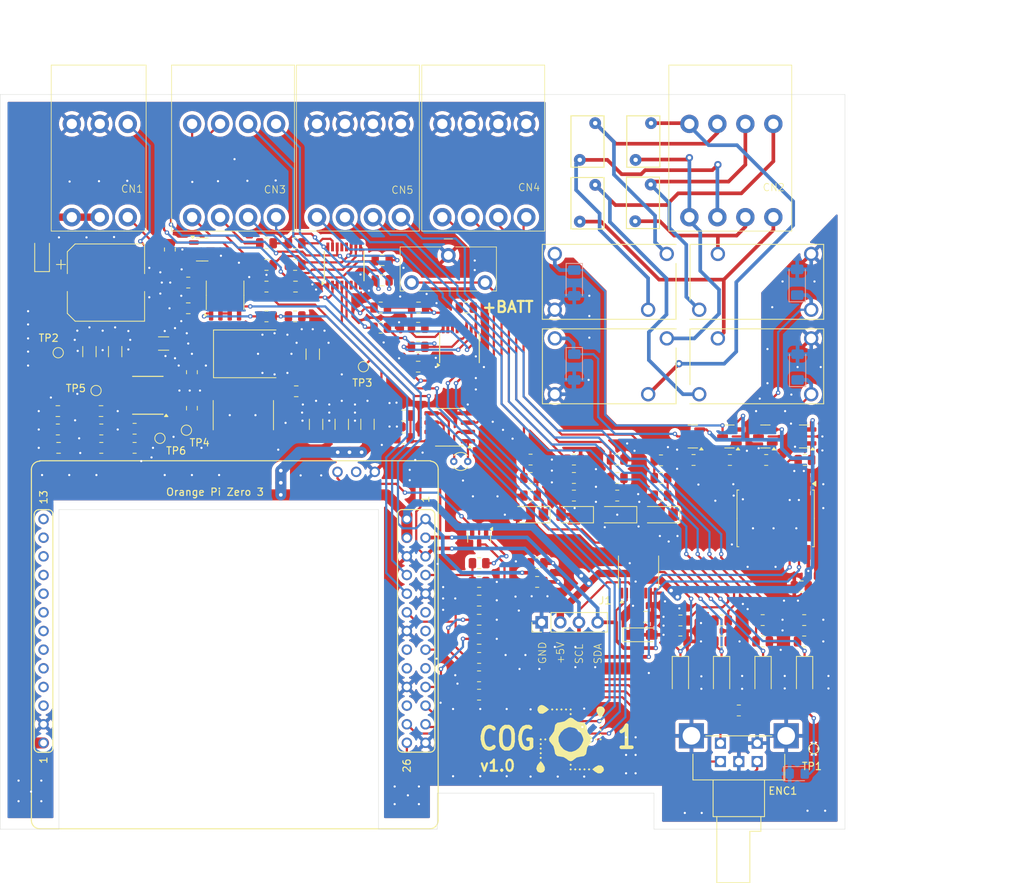
<source format=kicad_pcb>
(kicad_pcb (version 20240108) (generator "pcbnew") (generator_version "8.0")
  (title_block (title "cog 1 motherboard") (date "2024-08-12") (rev "1.0"))
  (layers (0 "F.Cu" signal) (31 "B.Cu" signal) (34 "B.Paste" user) (35 "F.Paste" user) (36 "B.SilkS" user "B.Silkscreen") (37 "F.SilkS" user "F.Silkscreen") (38 "B.Mask" user) (39 "F.Mask" user) (44 "Edge.Cuts" user))
  (net 0 "")
  (net 1 "GND")
  (net 2 "SDA")
  (net 3 "SCL")
  (net 4 "+3.3V")
  (net 23 "HEARTBEAT")
  (net 24 "DEBUG_TX")
  (net 28 "+5V")
  (net 29 "ENC_SW")
  (net 30 "ENC_B")
  (net 31 "ENC_A")
  (net 32 "Net-(LED1-A)")
  (net 33 "Net-(ENC1-CH_B)")
  (net 34 "Net-(ENC1-SW+)")
  (net 35 "Net-(ENC1-CH_A)")
  (net 36 "Net-(D1-K)")
  (net 37 "Net-(U5-EN)")
  (net 38 "Net-(U5-BST)")
  (net 39 "Net-(U5-FB)")
  (net 40 "Net-(U5-FSW)")
  (net 41 "Net-(U5-SS)")
  (net 42 "Net-(C17-Pad2)")
  (net 43 "Net-(U5-COMP)")
  (net 44 "Net-(D3-K)")
  (net 45 "DO1")
  (net 46 "DO1_COM")
  (net 47 "+VIN")
  (net 48 "Net-(D4-K)")
  (net 49 "ANV4")
  (net 50 "ANV3")
  (net 51 "ANV1")
  (net 52 "ANV2")
  (net 53 "Net-(D5-K)")
  (net 54 "Net-(D6-K)")
  (net 55 "Net-(D7-K)")
  (net 56 "ANA2")
  (net 57 "ANA1")
  (net 58 "ANA4")
  (net 59 "ANA3")
  (net 60 "DIN2")
  (net 61 "DIN1")
  (net 62 "DIN4")
  (net 63 "DIN3")
  (net 64 "Net-(D8-K)")
  (net 65 "Net-(D9-K)")
  (net 66 "Net-(D10-K)")
  (net 67 "DO2")
  (net 68 "DO4_COM")
  (net 69 "DO2_COM")
  (net 70 "DO3_COM")
  (net 71 "DO4")
  (net 72 "DO3")
  (net 73 "Net-(D11-K)")
  (net 74 "Net-(BATT1-+)")
  (net 75 "UART5_RX")
  (net 76 "Net-(U10-RO)")
  (net 77 "UART5_TX")
  (net 78 "485-B")
  (net 79 "485-A")
  (net 80 "DI3_INT")
  (net 81 "DI2_INT")
  (net 82 "DI1_INT")
  (net 83 "DI4_INT")
  (net 84 "Net-(U1-VDD)")
  (net 85 "Net-(U1-OSCI)")
  (net 86 "Net-(U1-OSCO)")
  (net 90 "Net-(C19-Pad1)")
  (net 91 "Net-(Q5-B)")
  (net 92 "Net-(Q5-C)")
  (net 97 "Net-(U4-SENSE1)")
  (net 99 "Net-(U4-SENSE2)")
  (net 104 "DIN3B")
  (net 105 "DIN1B")
  (net 106 "DIN4B")
  (net 107 "DIN2B")
  (net 108 "Net-(U2-SENSE1)")
  (net 109 "Net-(U2-SENSE2)")
  (net 110 "Net-(D2-K)")
  (net 111 "Net-(Q1-B)")
  (net 112 "Net-(U3-P0)")
  (net 113 "Net-(D13-K)")
  (net 114 "Net-(Q2-B)")
  (net 115 "Net-(U3-P1)")
  (net 116 "Net-(D14-K)")
  (net 117 "Net-(Q3-B)")
  (net 118 "Net-(U3-P2)")
  (net 120 "Net-(U3-P3)")
  (net 122 "Net-(D15-K)")
  (net 123 "Net-(Q4-B)")
  (net 124 "Net-(U2-IN1)")
  (net 125 "Net-(U2-IN2)")
  (net 126 "Net-(U4-IN1)")
  (net 127 "Net-(U4-IN2)")
  (footprint "Resistor_SMD:R_0805_2012Metric" (layer "F.Cu") (at 151.9 80.75 180)
    (property "Reference" "R49" (hide yes))
    (property "Value" "560R")
  )
  (footprint "Resistor_SMD:R_0805_2012Metric" (layer "F.Cu") (at 195.55 130.25 180)
    (property "Reference" "R14" (hide yes))
    (property "Value" "330R")
  )
  (footprint "Resistor_SMD:R_0805_2012Metric" (layer "F.Cu") (at 193.2 118 180)
    (property "Reference" "R21" (hide yes))
    (property "Value" "30.1K 1%")
  )
  (footprint "Resistor_SMD:R_0805_2012Metric" (layer "F.Cu") (at 131.25 76.6 180)
    (property "Reference" "R43" (hide yes))
    (property "Value" "10K")
  )
  (footprint "DMUtils:PR5-5V-200-1A" (layer "F.Cu") (at 205.4 79.6 180)
    (property "Reference" "K1" (hide yes))
    (property "Value" "PR5-5V-200-1A" (hide yes))
  )
  (footprint "DMUtils:OPI-ZERO-3" (layer "F.Cu") (at 152.9 134.67 90)
    (property "Reference" "U$1" (hide yes))
    (property "Value" "OPI-ZERO-3")
  )
  (footprint "Capacitor_SMD:C_0805_2012Metric" (layer "F.Cu") (at 151.9 83.45)
    (property "Reference" "C21" (hide yes))
    (property "Value" "100nF")
  )
  (footprint "Resistor_SMD:R_0805_2012Metric" (layer "F.Cu") (at 168.1 110.2 180)
    (property "Reference" "R46" (hide yes))
    (property "Value" "10K")
  )
  (footprint "Diode_SMD:D_MiniMELF" (layer "F.Cu") (at 167.2 103.6 180)
    (property "Reference" "D11" (hide yes))
    (property "Value" "ZMM3.0")
  )
  (footprint "Diode_SMD:D_MiniMELF" (layer "F.Cu") (at 187.6 125.55 -90)
    (property "Reference" "D7" (hide yes))
    (property "Value" "ZMM3.0")
  )
  (footprint "Package_TO_SOT_SMD:SOT-23" (layer "F.Cu") (at 199.1625 92.95 180)
    (property "Reference" "Q2" (hide yes))
    (property "Value" "BC807")
  )
  (footprint "Capacitor_SMD:C_0805_2012Metric" (layer "F.Cu") (at 160.2 117.9)
    (property "Reference" "C4" (hide yes))
    (property "Value" "100nF")
  )
  (footprint "DMUtils:Bourns_SRN8040TA" (layer "F.Cu") (at 128.1 90.05 -90)
    (property "Reference" "L1" (hide yes))
    (property "Value" "SRN8040TA-4R7M")
  )
  (footprint "Diode_SMD:D_SOD-123F" (layer "F.Cu") (at 100.7 68.3 90)
    (property "Reference" "D1" (hide yes))
    (property "Value" "SS2040LL_R1_00001")
  )
  (footprint "Diode_SMD:D_MiniMELF" (layer "F.Cu") (at 179 103.6 180)
    (property "Reference" "D9" (hide yes))
    (property "Value" "ZMM3.0")
  )
  (footprint "Resistor_SMD:R_0805_2012Metric" (layer "F.Cu") (at 151.9 78.15)
    (property "Reference" "R48" (hide yes))
    (property "Value" "560R")
  )
  (footprint "Capacitor_SMD:C_0805_2012Metric" (layer "F.Cu") (at 204.05 113.35 180)
    (property "Reference" "C20" (hide yes))
    (property "Value" "100nF")
  )
  (footprint "Resistor_SMD:R_0805_2012Metric" (layer "F.Cu") (at 184.95 101 180)
    (property "Reference" "R29" (hide yes))
    (property "Value" "9.53K 1%")
  )
  (footprint "Capacitor_SMD:C_1206_3216Metric_Pad1.33x1.80mm_HandSolder" (layer "F.Cu") (at 117.25 80.3)
    (property "Reference" "C10" (hide yes))
    (property "Value" "10uF 50V")
  )
  (footprint "Capacitor_SMD:C_0805_2012Metric" (layer "F.Cu") (at 160.2 120.5)
    (property "Reference" "C5" (hide yes))
    (property "Value" "100nF")
  )
  (footprint "Resistor_SMD:R_0805_2012Metric" (layer "F.Cu") (at 121.1 84.2 90)
    (property "Reference" "R11" (hide yes))
    (property "Value" "47K")
  )
  (footprint "Capacitor_SMD:C_1206_3216Metric_Pad1.33x1.80mm_HandSolder" (layer "F.Cu") (at 110.65 81.4 90)
    (property "Reference" "C9" (hide yes))
    (property "Value" "10uF 50V")
  )
  (footprint "DMUtils:VL0831510000G" (layer "F.Cu") (at 121.13 63.1)
    (property "Reference" "CN3")
    (property "Value" "VL0831510000G" (hide yes))
  )
  (footprint "Resistor_SMD:R_0805_2012Metric" (layer "F.Cu") (at 198.8 117.95 180)
    (property "Reference" "R18" (hide yes))
    (property "Value" "30.1K 1%")
  )
  (footprint "Resistor_SMD:R_0805_2012Metric" (layer "F.Cu") (at 167.2 98.6)
    (property "Reference" "R41" (hide yes))
    (property "Value" "10K 1%")
  )
  (footprint "DMUtils:PR5-5V-200-1A" (layer "F.Cu") (at 205.4 68.1 180)
    (property "Reference" "K3" (hide yes))
    (property "Value" "PR5-5V-200-1A" (hide yes))
  )
  (footprint "DMUtils:BOURNS_PEC_HORZ_20" (layer "F.Cu") (at 195.55 137.2)
    (property "Reference" "ENC1")
    (property "Value" "PEC12R-2120F-S0012" (hide yes))
  )
  (footprint "Diode_SMD:D_MiniMELF" (layer "F.Cu") (at 184.85 103.6 180)
    (property "Reference" "D8" (hide yes))
    (property "Value" "ZMM3.0")
  )
  (footprint "Varistor:RV_Disc_D7mm_W4.5mm_P5mm" (layer "F.Cu") (at 183.55 58.65 -90)
    (property "Reference" "RV1" (hide yes))
    (property "Value" "B72207S0301K103")
  )
  (footprint "Resistor_SMD:R_0805_2012Metric" (layer "F.Cu") (at 160.2 123.1 180)
    (property "Reference" "R7" (hide yes))
    (property "Value" "100R")
  )
  (footprint "Capacitor_SMD:CP_Elec_10x12.6" (layer "F.Cu") (at 109.4 72)
    (property "Reference" "C7" (hide yes))
    (property "Value" "100uF 50V")
  )
  (footprint "Capacitor_SMD:C_1206_3216Metric_Pad1.33x1.80mm_HandSolder" (layer "F.Cu") (at 107.15 81.4 90)
    (property "Reference" "C8" (hide yes))
    (property "Value" "10uF 50V")
  )
  (footprint "Resistor_SMD:R_0805_2012Metric" (layer "F.Cu") (at 113.3 91.9 180)
    (property "Reference" "R8" (hide yes))
    (property "Value" "10K")
  )
  (footprint "Capacitor_SMD:C_0805_2012Metric" (layer "F.Cu") (at 147 68.95 180)
    (property "Reference" "C26" (hide yes))
    (property "Value" "10nF")
  )
  (footprint "Diode_SMD:D_MiniMELF" (layer "F.Cu") (at 204.5 125.55 -90)
    (property "Reference" "D4" (hide yes))
    (property "Value" "ZMM3.0")
  )
  (footprint "Capacitor_SMD:C_0805_2012Metric" (layer "F.Cu") (at 121.1 89.1 -90)
    (property "Reference" "C14" (hide yes))
    (property "Value" "100nF")
  )
  (footprint "Capacitor_SMD:C_0805_2012Metric" (layer "F.Cu") (at 135.2 72.55)
    (property "Reference" "C3" (hide yes))
    (property "Value" "100nF")
  )
  (footprint "Capacitor_SMD:C_0805_2012Metric" (layer "F.Cu") (at 151.95 75.4)
    (property "Reference" "C23" (hide yes))
    (property "Value" "10nF")
  )
  (footprint "DMUtils:VL0831510000G" (layer "F.Cu") (at 155.19 63.1)
    (property "Reference" "CN4")
    (property "Value" "VL0831510000G" (hide yes))
  )
  (footprint "Resistor_SMD:R_0805_2012Metric" (layer "F.Cu") (at 168.1 112.75 180)
    (property "Reference" "R47" (hide yes))
    (property "Value" "10K")
  )
  (footprint "Resistor_SMD:R_0805_2012Metric" (layer "F.Cu") (at 146.8 75.4)
    (property "Reference" "R22" (hide yes))
    (property "Value" "330R")
  )
  (footprint "Resistor_SMD:R_0805_2012Metric" (layer "F.Cu") (at 149.9 93.2)
    (property "Reference" "R57" (hide yes))
    (property "Value" "1K")
  )
  (footprint "Resistor_SMD:R_0805_2012Metric" (layer "F.Cu") (at 179 101 180)
    (property "Reference" "R32" (hide yes))
    (property "Value" "9.53K 1%")
  )
  (footprint "Resistor_SMD:R_0805_2012Metric" (layer "F.Cu") (at 160.1875 128.1)
    (property "Reference" "R3" (hide yes))
    (property "Value" "100R")
  )
  (footprint "Package_TO_SOT_SMD:SOT-23" (layer "F.Cu") (at 194.275 92.95 180)
    (property "Reference" "Q3" (hide yes))
    (property "Value" "BC807")
  )
  (footprint "Resistor_SMD:R_0805_2012Metric" (layer "F.Cu") (at 135.15 66.65)
    (property "Reference" "R5" (hide yes))
    (property "Value" "560R")
  )
  (footprint "Resistor_SMD:R_0805_2012Metric" (layer "F.Cu") (at 187.5875 120.85)
    (property "Reference" "R26" (hide yes))
    (property "Value" "9.53K 1%")
  )
  (footprint "TestPoint:TestPoint_Pad_D1.0mm" (layer "F.Cu") (at 108.05 86.7)
    (property "Reference" "TP5")
    (property "Value" "TestPoint" (hide yes))
  )
  (footprint "Diode_SMD:D_SMC" (layer "F.Cu") (at 128.95 81.7)
    (property "Reference" "D3" (hide yes))
    (property "Value" "B560C-13-F")
  )
  (footprint "Resistor_SMD:R_0805_2012Metric" (layer "F.Cu") (at 173.1 96.1)
    (property "Reference" "R33" (hide yes))
    (property "Value" "255R 1%")
  )
  (footprint "Capacitor_SMD:C_0805_2012Metric" (layer "F.Cu") (at 149.9 90.1)
    (property "Reference" "C2" (hide yes))
    (property "Value" "10uF 6.3V")
  )
  (footprint "Resistor_SMD:R_0805_2012Metric" (layer "F.Cu") (at 179 98.6)
    (property "Reference" "R31" (hide yes))
    (property "Value" "10K 1%")
  )
  (footprint "Capacitor_SMD:C_1206_3216Metric_Pad1.33x1.80mm_HandSolder" (layer "F.Cu") (at 138 91.3 90)
    (property "Reference" "C11" (hide yes))
    (property "Value" "47uF 10V")
  )
  (footprint "Capacitor_SMD:C_0805_2012Metric" (layer "F.Cu") (at 182.85 117.5)
    (property "Reference" "C1" (hide yes))
    (property "Value" "100nF")
  )
  (footprint "Resistor_SMD:R_0805_2012Metric" (layer "F.Cu") (at 160.2 110.2)
    (property "Reference" "R1" (hide yes))
    (property "Value" "10K")
  )
  (footprint "Capacitor_SMD:C_0805_2012Metric" (layer "F.Cu") (at 120.6 75.5)
    (property "Reference" "C18" (hide yes))
    (property "Value" "100nF")
  )
  (footprint "TestPoint:TestPoint_Pad_D1.0mm" (layer "F.Cu") (at 102.9 81.55)
    (property "Reference" "TP2")
    (property "Value" "TestPoint" (hide yes))
  )
  (footprint "Connector_PinHeader_2.54mm:PinHeader_1x04_P2.54mm_Vertical" (layer "F.Cu") (at 168.71 118.25 90)
    (property "Reference" "J1")
    (property "Value" "Conn_01x04_Pin")
  )
  (footprint "Resistor_SMD:R_0805_2012Metric" (layer "F.Cu") (at 184.95 98.6)
    (property "Reference" "R28" (hide yes))
    (property "Value" "10K 1%")
  )
  (footprint "Capacitor_Tantalum_SMD:CP_EIA-3216-10_Kemet-I_Pad1.58x1.35mm_HandSolder" (layer "F.Cu") (at 182.25 119.95)
    (property "Reference" "C22" (hide yes))
    (property "Value" "1uF")
  )
  (footprint "Resistor_SMD:R_0805_2012Metric" (layer "F.Cu") (at 187.6 118 180)
    (property "Reference" "R24" (hide yes))
    (property "Value" "30.1K 1%")
  )
  (footprint "Diode_SMD:D_MiniMELF" (layer "F.Cu") (at 173.1 103.6 180)
    (property "Reference" "D10" (hide yes))
    (property "Value" "ZMM3.0")
  )
  (footprint "Package_TO_SOT_SMD:SOT-23-3" (layer "F.Cu") (at 122.5 67.5)
    (property "Reference" "D12" (hide yes))
    (property "Value" "SM712")
  )
  (footprint "Capacitor_SMD:C_1206_3216Metric_Pad1.33x1.80mm_HandSolder" (layer "F.Cu") (at 145 91.3 90)
    (property "Reference" "C13" (hide yes))
    (property "Value" "47uF 10V")
  )
  (footprint "Capacitor_SMD:C_0805_2012Metric" (layer "F.Cu") (at 158.45 75.4)
    (property "Reference" "C24" (hide yes))
    (property "Value" "10nF")
  )
  (footprint "DMUtils:VL0631510000G" (layer "F.Cu") (at 104.75 63.1)
    (property "Reference" "CN1")
    (property "Value" "VL0631510000G")
  )
  (footprint "Capacitor_SMD:C_0805_2012Metric" (layer "F.Cu") (at 147 71.7)
    (property "Reference" "C25" (hide yes))
    (property "Value" "10nF")
  )
  (footprint "Resistor_SMD:R_0805_2012Metric" (layer "F.Cu") (at 108.7625 92)
    (property "Reference" "R10" (hide yes))
    (property "Value" "10K 1%")
  )
  (footprint "Resistor_SMD:R_0805_2012Metric" (layer "F.Cu") (at 118.1 67.5 -90)
    (property "Reference" "R56" (hide yes))
    (property "Value" "255R")
  )
  (footprint "Crystal:Crystal_C26-LF_D2.1mm_L6.5mm_Vertical" (layer "F.Cu") (at 158.65 96.35 180)
    (property "Reference" "Y1" (hide yes))
    (property "Value" "32.768 KHz")
  )
  (footprint "TestPoint:TestPoint_Pad_D1.0mm" (layer "F.Cu") (at 144.45 83.45)
    (property "Reference" "TP3")
    (property "Value" "TestPoint" (hide yes))
  )
  (footprint "TestPoint:TestPoint_Pad_D1.0mm" (layer "F.Cu") (at 116.75 93.2)
    (property "Reference" "TP6")
    (property "Value" "TestPoint" (hide yes))
  )
  (footprint "Capacitor_SMD:C_1206_3216Metric_Pad1.33x1.80mm_HandSolder" (layer "F.Cu") (at 141.5 91.3 90)
    (property "Reference" "C12" (hide yes))
    (property "Value" "47uF 10V")
  )
  (footprint "DMUtils:cog1_logo" (layer "F.Cu") (at 169.834214 134.189405)
    (property "Reference" "G***" (hide yes))
    (property "Value" "LOGO" (hide yes))
  )
  (footprint "DMUtils:VL0831510000G" (layer "F.Cu") (at 188.82 63.1)
    (property "Reference" "CN2")
    (property "Value" "VL0831510000G" (hide yes))
  )
  (footprint "Resistor_SMD:R_0805_2012Metric" (layer "F.Cu") (at 173.1 98.6)
    (property "Reference" "R34" (hide yes))
    (property "Value" "10K 1%")
  )
  (footprint "Resistor_SMD:R_0805_2012Metric" (layer "F.Cu") (at 189.3875 96.15 180)
    (property "Reference" "R39" (hide yes))
    (property "Value" "10K")
  )
  (footprint "Resistor_SMD:R_0805_2012Metric" (layer "F.Cu") (at 113.3 94.5)
    (property "Reference" "R58" (hide yes))
    (property "Value" "1.2K 1%")
  )
  (footprint "Varistor:RV_Disc_D7mm_W4.5mm_P5mm" (layer "F.Cu") (at 176 58.7 -90)
    (property "Reference" "RV2" (hide yes))
    (property "Value" "B72207S0301K103")
  )
  (footprint "Resistor_SMD:R_0805_2012Metric" (layer "F.Cu") (at 146.8 78.15)
    (property "Reference" "R25" (hide yes))
    (property "Value" "330R")
  )
  (footprint "Resistor_SMD:R_0805_2012Metric" (layer "F.Cu") (at 199.275 96.15)
    (property "Reference" "R37" (hide yes))
    (property "Value" "10K")
  )
  (footprint "Resistor_SMD:R_0805_2012Metric" (layer "F.Cu") (at 131.25 66.65)
    (property "Reference" "R15" (hide yes))
    (property "Value" "330R")
  )
  (footprint "Resistor_SMD:R_0805_2012Metric" (layer "F.Cu") (at 160.1875 125.6)
    (property "Reference" "R2" (hide yes))
    (property "Value" "100R")
  )
  (footprint "Resistor_SMD:R_1206_3216Metric_Pad1.30x1.75mm_HandSolder" (layer "F.Cu") (at 137.55 81.75 90)
    (property "Reference" "R59" (hide yes))
    (property "Value" "10R 1/2W")
  )
  (footprint "DMUtils:PR5-5V-200-1A" (layer "F.Cu") (at 170.51 87.2)
    (property "Reference" "K4" (hide yes))
    (property "Value" "PR5-5V-200-1A" (hide yes))
  )
  (footprint "Package_TO_SOT_SMD:SOT-23" (layer "F.Cu") (at 189.2875 92.95 180)
    (property "Reference" "Q4" (hide yes))
    (property "Value" "BC807")
  )
  (footprint "Resistor_SMD:R_0805_2012Metric" (layer "F.Cu") (at 193.2 120.85)
    (property "Reference" "R23" (hide yes))
    (property "Value" "9.53K 1%")
  )
  (footprint "TestPoint:TestPoint_Pad_D1.0mm" (layer "F.Cu") (at 205.75 135.45)
    (property "Reference" "TP1")
    (property "Value" "TestPoint" (hide yes))
  )
  (footprint "Package_SO:SSOP-16_3.9x4.9mm_P0.635mm" (layer "F.Cu") (at 141.8275 69.75 90)
    (property "Reference" "U2" (hide yes))
    (property "Value" "ISO1212")
  )
  (footprint "DMUtils:AOZ1284PI" (layer "F.Cu") (at 115.1 87.345 180)
    (property "Reference" "U5" (hide yes))
    (property "Value" "AOZ1284PI")
  )
  (footprint "Package_SO:SOIC-8_3.9x4.9mm_P1.27mm" (layer "F.Cu") (at 125.615 73.725 90)
    (property "Reference" "U10" (hide yes))
    (property "Value" "MAX13487E")
  )
  (footprint "Varistor:RV_Disc_D7mm_W4.5mm_P5mm" (layer "F.Cu") (at 181.5 55.3 90)
    (property "Reference" "RV3" (hide yes))
    (property "Value" "B72207S0301K103")
  )
  (footprint "Resistor_SMD:R_0805_2012Metric" (layer "F.Cu") (at 160.2 112.75)
    (property "Reference" "R4" (hide yes))
    (property "Value" "10K")
  )
  (footprint "DMUtils:BH-50B-1" (layer "F.Cu") (at 156 68.3 180)
    (property "Reference" "BATT1" (hide yes))
    (property "Value" "BH-50B-1")
  )
  (footprint "Resistor_SMD:R_0805_2012Metric" (layer "F.Cu") (at 173.1 101 180)
    (property "Reference" "R35" (hide yes))
    (property "Value" "9.53K 1%")
  )
  (footprint "Package_TO_SOT_SMD:SOT-23" (layer "F.Cu") (at 204.4375 92.95 180)
    (property "Reference" "Q1" (hide yes))
    (property "Value" "BC807")
  )
  (footprint "Package_SO:SSOP-16_3.9x4.9mm_P0.635mm" (layer "F.Cu") (at 157.5225 80.9 90)
    (property "Reference" "U4" (hide yes))
    (property "Value" "ISO1212")
  )
  (footprint "Package_TO_SOT_SMD:SOT-23" (layer "F.Cu") (at 160.2 106.7125 -90)
    (property "Reference" "Q5" (hide yes))
    (property "Value" "BC807")
  )
  (footprint "Resistor_SMD:R_0805_2012Metric" (layer "F.Cu") (at 204.45 120.85)
    (property "Reference" "R16" (hide yes))
    (property "Value" "9.53K 1%")
  )
  (footprint "Capacitor_SMD:C_0805_2012Metric" (layer "F.Cu") (at 108.725 89.5 180)
    (property "Reference" "C16" (hide yes))
    (property "Value" "10nF")
  )
  (footprint "Resistor_SMD:R_0805_2012Metric" (layer "F.Cu") (at 131.25 69.6)
    (property "Reference" "R19" (hide yes))
    (property "Value" "330R")
  )
  (footprint "Capacitor_SMD:C_0805_2012Metric" (layer "F.Cu") (at 160.2 115.3)
    (property "Reference" "C6" (hide yes))
    (property "Value" "100nF")
  )
  (footprint "Resistor_SMD:R_0805_2012Metric" (layer "F.Cu") (at 135.15 69.6 180)
    (property "Reference" "R6" (hide yes))
    (property "Value" "560R")
  )
  (footprint "Resistor_SMD:R_0805_2012Metric" (layer "F.Cu") (at 131.25 72.55)
    (property "Reference" "R44" (hide yes))
    (property "Value" "1K")
  )
  (footprint "Resistor_SMD:R_0805_2012Metric" (layer "F.Cu") (at 102.85 92 180)
    (property "Reference" "R12" (hide yes))
    (property "Value" "82K")
  )
  (footprint "Resistor_SMD:R_0805_2012Metric" (layer "F.Cu") (at 198.8 120.85)
    (property "Reference" "R20" (hide yes))
    (property "Value" "9.53K 1%")
  )
  (footprint "Capacitor_SMD:C_0805_2012Metric" (layer "F.Cu") (at 102.85 89.5)
    (property "Reference" "C15" (hide yes))
    (property "Value" "56pF")
  )
  (footprint "Varistor:RV_Disc_D7mm_W4.5mm_P5mm" (layer "F.Cu") (at 176 50.3 -90)
    (property "Reference" "RV4" (hide yes))
    (property "Value" "B72207S0301K103")
  )
  (footprint "Resistor_SMD:R_0805_2012Metric" (layer "F.Cu") (at 184.95 96.2)
    (property "Reference" "R27" (hide yes))
    (property "Value" "255R 1%")
  )
  (footprint "Diode_SMD:D_MiniMELF" (layer "F.Cu") (at 193.2 125.55 -90)
    (property "Reference" "D6" (hide yes))
    (property "Value" "ZMM3.0")
  )
  (footprint "Resistor_SMD:R_0805_2012Metric" (layer "F.Cu") (at 179 96.1)
    (property "Reference" "R30" (hide yes))
    (property "Value" "255R 1%")
  )
  (footprint "Resistor_SMD:R_0805_2012Metric" (layer "F.Cu") (at 204.5375 96.15)
    (property "Reference" "R36" (hide yes))
    (property "Value" "10K")
  )
  (footprint "Capacitor_SMD:C_0805_2012Metric" (layer "F.Cu") (at 135.3 86.8 180)
    (property "Reference" "C19" (hide yes))
    (property "Value" "330pF 50V")
  )
  (footprint "DMUtils:VL0831510000G" (layer "F.Cu") (at 138.13 63.1)
    (property "Reference" "CN5")
    (property "Value" "VL0831510000G" (hide yes))
  )
  (footprint "Resistor_SMD:R_0805_2012Metric" (layer "F.Cu") (at 120.6 72)
    (property "Reference" "R45" (hide yes))
    (property "Value" "1K")
  )
  (footprint "Diode_SMD:D_MiniMELF" (layer "F.Cu") (at 198.85 125.55 -90)
    (property "Reference" "D5" (hide yes))
    (property "Value" "ZMM3.0")
  )
  (footprint "DMUtils:PR5-5V-200-1A" (layer "F.Cu") (at 170.5 75.7)
    (property "Reference" "K2" (hide yes))
    (property "Value" "PR5-5V-200-1A" (hide yes))
  )
  (footprint "Resistor_SMD:R_0805_2012Metric" (layer "F.Cu") (at 135.15 76.6)
    (property "Reference" "R13" (hide yes))
    (property "Value" "10K")
  )
  (footprint "Resistor_SMD:R_0805_2012Metric" (layer "F.Cu") (at 108.7625 94.5 180)
    (property "Reference" "R9" (hide yes))
    (property "Value" "52K 1%")
  )
  (footprint "TestPoint:TestPoint_Pad_D1.0mm" (layer "F.Cu") (at 120.35 92.1)
    (property "Reference" "TP4")
    (property "Value" "TestPoint" (hide yes))
  )
  (footprint "Resistor_SMD:R_0805_2012Metric" (layer "F.Cu") (at 194.3375 96.15 180)
    (property "Reference" "R38" (hide yes))
    (property "Value" "10K")
  )
  (footprint "Package_SO:SOIC-8_3.9x4.9mm_P1.27mm" (layer "F.Cu") (at 156.2 91.7 180)
    (property "Reference" "U1" (hide yes))
    (property "Value" "PCF8523T")
  )
  (footprint "Package_SO:SOIC-16W_7.5x10.3mm_P1.27mm" (layer "F.Cu") (at 200.565 104.1 -90)
    (property "Reference" "U3" (hide yes))
    (property "Value" "PCA8574D")
  )
  (footprint "Resistor_SMD:R_0805_2012Metric" (layer "F.Cu") (at 204.45 117.95 180)
    (property "Reference" "R17" (hide yes))
    (property "Value" "30.1K 1%")
  )
  (footprint "Package_SO:TSSOP-16_4.4x5mm_P0.65mm" (layer "F.Cu") (at 181.9 111.4125 90)
    (property "Reference" "U12" (hide yes))
    (property "Value" "ADC128D818")
  )
  (footprint "Resistor_SMD:R_0805_2012Metric" (layer "F.Cu") (at 167.2 101 180)
    (property "Reference" "R42" (hide yes))
    (property "Value" "9.53K 1%")
  )
  (footprint "Capacitor_SMD:C_0805_2012Metric" (layer "F.Cu") (at 102.95 94.5)
    (property "Reference" "C17" (hide yes))
    (property "Value" "820pF")
  )
  (footprint "Resistor_SMD:R_0805_2012Metric" (layer "F.Cu") (at 167.2 96.1)
    (property "Reference" "R40" (hide yes))
    (property "Value" "255R 1%")
  )
  (footprint "Diode_SMD:D_MiniMELF" (layer "B.Cu") (at 173.15 72.05 -90)
    (property "Reference" "D14" (hide yes))
    (property "Value" "LL4148")
  )
  (footprint "Diode_SMD:D_MiniMELF" (layer "B.Cu") (at 203.55 83.5 90)
    (property "Reference" "D2" (hide yes))
    (property "Value" "LL4148")
  )
  (footprint "Diode_SMD:D_MiniMELF" (layer "B.Cu") (at 173.15 83.5 -90)
    (property "Reference" "D15" (hide yes))
    (property "Value" "LL4148")
  )
  (footprint "LED_SMD:LED_0805_2012Metric_Pad1.15x1.40mm_HandSolder" (layer "B.Cu") (at 203.5 138.85)
    (property "Reference" "LED1" (hide yes))
    (property "Value" "INL-3AW30")
  )
  (footprint "Diode_SMD:D_MiniMELF" (layer "B.Cu") (at 203.5 71.95 90)
    (property "Reference" "D13" (hide yes))
    (property "Value" "LL4148")
  )
  (gr_line (start 103 102.9) (end 103 146.4) (stroke (width 0.05)) (layer "Edge.Cuts"))
  (gr_line (start 184 141.5) (end 154.5 141.5) (stroke (width 0.05)) (layer "Edge.Cuts"))
  (gr_line (start 103 146.4) (end 95 146.4) (stroke (width 0.05)) (layer "Edge.Cuts"))
  (gr_line (start 95 46.4) (end 210 46.4) (stroke (width 0.05)) (layer "Edge.Cuts"))
  (gr_line (start 210 46.4) (end 210 146.4) (stroke (width 0.05)) (layer "Edge.Cuts"))
  (gr_line (start 210 146.4) (end 184 146.4) (stroke (width 0.05)) (layer "Edge.Cuts"))
  (gr_line (start 146.5 102.9) (end 103 102.9) (stroke (width 0.05)) (layer "Edge.Cuts"))
  (gr_line (start 95 146.4) (end 95 46.4) (stroke (width 0.05)) (layer "Edge.Cuts"))
  (gr_line (start 154.5 141.5) (end 154.5 146.4) (stroke (width 0.05)) (layer "Edge.Cuts"))
  (gr_line (start 184 146.4) (end 184 141.5) (stroke (width 0.05)) (layer "Edge.Cuts"))
  (gr_line (start 154.5 146.4) (end 146.5 146.4) (stroke (width 0.05)) (layer "Edge.Cuts"))
  (gr_line (start 146.5 146.4) (end 146.5 102.9) (stroke (width 0.05)) (layer "Edge.Cuts"))
  (gr_text "COG" (at 159.85 135.85 0) (layer "F.SilkS") (effects (font (size 3 2.5) (thickness 0.5) (bold yes)) (justify left bottom)))
  (gr_text "SCL" (at 174.4 124 90) (layer "F.SilkS") (effects (font (size 1 1) (thickness 0.1)) (justify left bottom)))
  (gr_text "+5V" (at 171.85 124 90) (layer "F.SilkS") (effects (font (size 1 1) (thickness 0.1)) (justify left bottom)))
  (gr_text "v1.0" (at 160.15 138.65 0) (layer "F.SilkS") (effects (font (size 1.5 1.5) (thickness 0.3) (bold yes)) (justify left bottom)))
  (gr_text "1" (at 178.75 135.65 0) (layer "F.SilkS") (effects (font (size 3 2.5) (thickness 0.5) (bold yes)) (justify left bottom)))
  (gr_text "Orange Pi Zero 3" (at 117.5 101.1 0) (layer "F.SilkS") (effects (font (size 1 1)) (justify left bottom)))
  (gr_text "GND" (at 169.4 124 90) (layer "F.SilkS") (effects (font (size 1 1) (thickness 0.1)) (justify left bottom)))
  (gr_text "SDA" (at 176.95 124 90) (layer "F.SilkS") (effects (font (size 1 1) (thickness 0.1)) (justify left bottom)))
  (gr_text "+BATT" (at 160.45 76.2 0) (layer "F.SilkS") (effects (font (size 1.5 1.5) (thickness 0.3) (bold yes)) (justify left bottom)))
  (segment (start 144.95 96.72) (end 144.95 96.7) (width 0.5) (layer "F.Cu") (net 1))
  (segment (start 184.175 114.275) (end 184.175 115.675) (width 0.4) (layer "F.Cu") (net 1))
  (segment (start 162.55 115.3) (end 161.15 115.3) (width 0.5) (layer "F.Cu") (net 1))
  (segment (start 202.4775 99.4575) (end 202.47 99.45) (width 0.5) (layer "F.Cu") (net 1))
  (segment (start 181.575 115.575) (end 181.575 114.275) (width 0.4) (layer "F.Cu") (net 1))
  (segment (start 182.05 101) (end 181.85 100.8) (width 0.3) (layer "F.Cu") (net 1))
  (segment (start 155.3 83.5) (end 155.3 82.25) (width 0.3) (layer "F.Cu") (net 1))
  (segment (start 176.55 101) (end 176.1 101.45) (width 0.5) (layer "F.Cu") (net 1))
  (segment (start 183.1 103.6) (end 183.1 102.15) (width 0.3) (layer "F.Cu") (net 1))
  (segment (start 173.2 103.35) (end 173.2 102.7) (width 0.5) (layer "F.Cu") (net 1))
  (segment (start 170.9 101) (end 170.1 100.2) (width 0.5) (layer "F.Cu") (net 1))
  (segment (start 203.8 99.39) (end 203.74 99.45) (width 0.5) (layer "F.Cu") (net 1))
  (segment (start 184.0375 101) (end 182.05 101) (width 0.3) (layer "F.Cu") (net 1))
  (segment (start 159.745 83.5) (end 159.745 84.995) (width 0.3) (layer "F.Cu") (net 1))
  (segment (start 162.6 115.25) (end 162.6 112.75) (width 0.75) (layer "F.Cu") (net 1))
  (segment (start 137.6 72.35) (end 139.59 72.35) (width 0.4) (layer "F.Cu") (net 1))
  (segment (start 202.4775 101.6) (end 202.4775 99.4575) (width 0.5) (layer "F.Cu") (net 1))
  (segment (start 154.3 83.5) (end 153.45 83.5) (width 0.3) (layer "F.Cu") (net 1))
  (segment (start 162.6 115.25) (end 162.55 115.3) (width 0.5) (layer "F.Cu") (net 1))
  (segment (start 162.6 112.75) (end 161.1125 112.75) (width 0.5) (layer "F.Cu") (net 1))
  (segment (start 159.745 83.5) (end 160.85 83.5) (width 0.3) (layer "F.Cu") (net 1))
  (segment (start 136.15 72.55) (end 137.6 72.55) (width 0.5) (layer "F.Cu") (net 1))
  (segment (start 178.0875 101) (end 176.55 101) (width 0.5) (layer "F.Cu") (net 1))
  (segment (start 205.01 97.76) (end 205.01 99.45) (width 0.5) (layer "F.Cu") (net 1))
  (segment (start 119.41 86.71) (end 122.19 86.71) (width 0.75) (layer "F.Cu") (net 1))
  (segment (start 171.35 103.6) (end 172.95 103.6) (width 0.5) (layer "F.Cu") (net 1))
  (segment (start 152.9 134.65) (end 154 135.75) (width 0.5) (layer "F.Cu") (net 1))
  (segment (start 181.575 112.775) (end 181.575 114.275) (width 0.4) (layer "F.Cu") (net 1))
  (segment (start 172.1875 101) (end 170.9 101) (width 0.5) (layer "F.Cu") (net 1))
  (segment (start 159.745 82.055) (end 159.745 83.5) (width 0.3) (layer "F.Cu") (net 1))
  (segment (start 176.1 101.45) (end 176.1 101.85) (width 0.5) (layer "F.Cu") (net 1))
  (segment (start 166.2875 101) (end 162.8 101) (width 0.5) (layer "F.Cu") (net 1))
  (segment (start 144.9 72.35) (end 144.05 72.35) (width 0.3) (layer "F.Cu") (net 1))
  (segment (start 159.75 82.05) (end 159.745 82.055) (width 0.3) (layer "F.Cu") (net 1))
  (segment (start 119.39 86.71) (end 117.5975 86.71) (width 0.75) (layer "F.Cu") (net 1))
  (segment (start 183.525 115.675) (end 183.525 114.275) (width 0.4) (layer "F.Cu") (net 1))
  (segment (start 203.8 97.75) (end 203.8 99.39) (width 0.5) (layer "F.Cu") (net 1))
  (segment (start 159.745 84.995) (end 159.75 85) (width 0.3) (layer "F.Cu") (net 1))
  (segment (start 122.19 86.71) (end 122.2 86.7) (width 0.75) (layer "F.Cu") (net 1))
  (segment (start 125.05 67.55) (end 125 67.5) (width 0.5) (layer "F.Cu") (net 1))
  (segment (start 195.55 137.2) (end 195.55 135.15) (width 0.5) (layer "F.Cu") (net 1))
  (segment (start 183.1 102.15) (end 182.8 101.85) (width 0.3) (layer "F.Cu") (net 1))
  (segment (start 137.5 72.25) (end 137.6 72.35) (width 0.4) (layer "F.Cu") (net 1))
  (segment (start 181.15 116) (end 181.575 115.575) (width 0.4) (layer "F.Cu") (net 1))
  (segment (start 161.15 120.5) (end 162.6 120.5) (width 0.5) (layer "F.Cu") (net 1))
  (segment (start 172.95 103.6) (end 173.2 103.35) (width 0.5) (layer "F.Cu") (net 1))
  (segment (start 170.1 100.2) (end 170.1 99.2) (width 0.5) (layer "F.Cu") (net 1))
  (segment (start 184.175 115.675) (end 183.85 116) (width 0.4) (layer "F.Cu") (net 1))
  (segment (start 161.15 117.9) (end 162.6 117.9) (width 0.5) (layer "F.Cu") (net 1))
  (segment (start 204.4 97.65) (end 204.9 97.65) (width 0.5) (layer "F.Cu") (net 1))
  (segment (start 181.5 112.7) (end 181.575 112.775) (width 0.4) (layer "F.Cu") (net 1))
  (segment (start 145.2 73.1) (end 144.9 72.8) (width 0.3) (layer "F.Cu") (net 1))
  (segment (start 185.5 115.4) (end 185.5 114.8) (width 0.4) (layer "F.Cu") (net 1))
  (segment (start 125.05 68.35) (end 125.05 67.55) (width 0.5) (layer "F.Cu") (net 1))
  (segment (start 202.47 99.45) (end 205.01 99.45) (width 0.5) (layer "F.Cu") (net 1))
  (segment (start 125 67.5) (end 122.025 67.5) (width 0.5) (layer "F.Cu") (net 1))
  (segment (start 185.5 114.8) (end 184.975 114.275) (width 0.4) (layer "F.Cu") (net 1))
  (segment (start 111 89.5) (end 109.675 89.5) (width 0.5) (layer "F.Cu") (net 1))
  (segment (start 165.45 103.6) (end 163.7 103.6) (width 0.5) (layer "F.Cu") (net 1))
  (segment (start 146 97.77) (end 144.95 96.72) (width 0.5) (layer "F.Cu") (net 1))
  (segment (start 119.4 86.7) (end 119.39 86.71) (width 0.75) (layer "F.Cu") (net 1))
  (segment (start 144.05 70.9) (end 144.05 72.35) (width 0.3) (layer "F.Cu") (net 1))
  (segment (start 204.9 97.65) (end 205.01 97.76) (width 0.5) (layer "F.Cu") (net 1))
  (segment (start 155.3 82.25) (end 154.3 82.25) (width 0.3) (layer "F.Cu") (net 1))
  (segment (start 162.8 101) (end 162.7 101.1) (width 0.5) (layer "F.Cu") (net 1))
  (segment (start 162.6 115.25) (end 162.6 120.5) (width 0.75) (layer "F.Cu") (net 1))
  (segment (start 184.975 114.275) (end 183.525 114.275) (width 0.4) (layer "F.Cu") (net 1))
  (segment (start 203.7 97.65) (end 203.8 97.75) (width 0.5) (layer "F.Cu") (net 1))
  (segment (start 111 92) (end 109.675 92) (width 0.5) (layer "F.Cu") (net 1))
  (segment (start 144.9 72.8) (end 144.9 72.35) (width 0.3) (layer "F.Cu") (net 1))
  (segment (start 182.8 101.85) (end 182 101.85) (width 0.3) (layer "F.Cu") (net 1))
  (segment (start 183.85 116) (end 183.525 115.675) (width 0.4) (layer "F.Cu") (net 1))
  (segment (start 203.74 101.5875) (end 203.7275 101.6) (width 0.5) (layer "F.Cu") (net 1))
  (segment (start 137.6 72.55) (end 138 72.95) (width 0.5) (layer "F.Cu") (net 1))
  (segment (start 155.3 83.5) (end 154.3 83.5) (width 0.3) (layer "F.Cu") (net 1))
  (segment (start 203.1 97.65) (end 203.7 97.65) (width 0.5) (layer "F.Cu") (net 1))
  (segment (start 203.74 99.45) (end 203.74 101.5875) (width 0.5) (layer "F.Cu") (net 1))
  (segment (start 119.4 86.7) (end 119.41 86.71) (width 0.75) (layer "F.Cu") (net 1))
  (via (at 207.05 117.9) (size 0.6) (drill 0.3) (layers "F.Cu" "B.Cu") (net 1))
  (via (at 181.5 138.8) (size 0.6) (drill 0.3) (layers "F.Cu" "B.Cu") (net 1))
  (via (at 120.8 86.7) (size 0.6) (drill 0.3) (layers "F.Cu" "B.Cu") (net 1))
  (via (at 175.2 73.8) (size 0.6) (drill 0.3) (layers "F.Cu" "B.Cu") (net 1))
  (via (at 190.4 120.85) (size 0.6) (drill 0.3) (layers "F.Cu" "B.Cu") (net 1))
  (via (at 120.4 78.9) (size 0.6) (drill 0.3) (layers "F.Cu" "B.Cu") (net 1))
  (via (at 203.55 83.5) (size 0.6) (drill 0.3) (layers "F.Cu" "B.Cu") (net 1))
  (via (at 154.4 123.2) (size 0.6) (drill 0.3) (layers "F.Cu" "B.Cu") (net 1))
  (via (at 186 107.25) (size 0.6) (drill 0.3) (layers "F.Cu" "B.Cu") (net 1))
  (via (at 141.5 88.1) (size 0.6) (drill 0.3) (layers "F.Cu" "B.Cu") (net 1))
  (via (at 148.7 140.6) (size 0.6) (drill 0.3) (layers "F.Cu" "B.Cu") (net 1))
  (via (at 139.8 89.7) (size 0.6) (drill 0.3) (layers "F.Cu" "B.Cu") (net 1))
  (via (at 159.75 82.05) (size 0.6) (drill 0.3) (layers "F.Cu" "B.Cu") (net 1))
  (via (at 104.4 98.2) (size 0.6) (drill 0.3) (layers "F.Cu" "B.Cu") (net 1))
  (via (at 201.8 125.55) (size 0.6) (drill 0.3) (layers "F.Cu" "B.Cu") (net 1))
  (via (at 154.3 83.5) (size 0.6) (drill 0.3) (layers "F.Cu" "B.Cu") (net 1))
  (via (at 110.5 65.8) (size 0.6) (drill 0.3) (layers "F.Cu" "B.Cu") (net 1))
  (via (at 118.8 82.3) (size 0.6) (drill 0.3) (layers "F.Cu" "B.Cu") (net 1))
  (via (at 115.8 94.5) (size 0.6) (drill 0.3) (layers "F.Cu" "B.Cu") (net 1))
  (via (at 108.45 58.2) (size 0.6) (drill 0.3) (layers "F.Cu" "B.Cu") (net 1))
  (via (at 163.95 139.2) (size 0.6) (drill 0.3) (layers "F.Cu" "B.Cu") (net 1))
  (via (at 139.8 88.6) (size 0.6) (drill 0.3) (layers "F.Cu" "B.Cu") (net 1))
  (via (at 119.7 70.2) (size 0.6) (drill 0.3) (layers "F.Cu" "B.Cu") (net 1))
  (via (at 119.65 73.8) (size 0.6) (drill 0.3) (layers "F.Cu" "B.Cu") (net 1))
  (via (at 98.8 79.6) (size 0.6) (drill 0.3) (layers "F.Cu" "B.Cu") (net 1))
  (via (at 121.1 98.2) (size 0.6) (drill 0.3) (layers "F.Cu" "B.Cu") (net 1))
  (via (at 112.45 78.6) (size 0.6) (drill 0.3) (layers "F.Cu" "B.Cu") (net 1))
  (via (at 203.3775 105.45) (size 0.6) (drill 0.3) (layers "F.Cu" "B.Cu") (net 1))
  (via (at 108.1 98.2) (size 0.6) (drill 0.3) (layers "F.Cu" "B.Cu") (net 1))
  (via (at 115.3 74) (size 0.6) (drill 0.3) (layers "F.Cu" "B.Cu") (net 1))
  (via (at 155.3 113.45) (size 0.6) (drill 0.3) (layers "F.Cu" "B.Cu") (net 1))
  (via (at 98.8 75.9) (size 0.6) (drill 0.3) (layers "F.Cu" "B.Cu") (net 1))
  (via (at 180.35 93.9) (size 0.6) (drill 0.3) (layers "F.Cu" "B.Cu") (net 1))
  (via (at 201.8 127.25) (size 0.6) (drill 0.3) (layers "F.Cu" "B.Cu") (net 1))
  (via (at 151.5 96.15) (size 0.6) (drill 0.3) (layers "F.Cu" "B.Cu") (net 1))
  (via (at 205.85 71.85) (size 0.6) (drill 0.3) (layers "F.Cu" "B.Cu") (net 1))
  (via (at 206.925 92.95) (size 0.6) (drill 0.3) (layers "F.Cu" "B.Cu") (net 1))
  (via (at 106.75 65.85) (size 0.6) (drill 0.3) (layers "F.Cu" "B.Cu") (net 1))
  (via (at 180.2 133.9) (size 0.6) (drill 0.3) (layers "F.Cu" "B.Cu") (net 1))
  (via (at 165.6 116.65) (size 0.6) (drill 0.3) (layers "F.Cu" "B.Cu") (net 1))
  (via (at 134.1 79.1) (size 0.6) (drill 0.3) (layers "F.Cu" "B.Cu") (net 1))
  (via (at 120.6 80.3) (size 0.6) (drill 0.3) (layers "F.Cu" "B.Cu") (net 1))
  (via (at 170.5 121.6) (size 0.6) (drill 0.3) (layers "F.Cu" "B.Cu") (net 1))
  (via (at 165.2 109.95) (size 0.6) (drill 0.3) (layers "F.Cu" "B.Cu") (net 1))
  (via (at 133.85 91.1) (size 0.6) (drill 0.3) (layers "F.Cu" "B.Cu") (net 1))
  (via (at 115.6 95.8) (size 0.6) (drill 0.3) (layers "F.Cu" "B.Cu") (net 1))
  (via (at 163.45 92.05) (size 0.6) (drill 0.3) (layers "F.Cu" "B.Cu") (net 1))
  (via (at 201.5 71.85) (size 0.6) (drill 0.3) (layers "F.Cu" "B.Cu") (net 1))
  (via (at 154.55 110.3) (size 0.6) (drill 0.3) (layers "F.Cu" "B.Cu") (net 1))
  (via (at 132.35 78.9) (size 0.6) (drill 0.3) (layers "F.Cu" "B.Cu") (net 1))
  (via (at 159.75 85) (size 0.6) (drill 0.3) (layers "F.Cu" "B.Cu") (net 1))
  (via (at 126.9 55.2) (size 0.6) (drill 0.3) (layers "F.Cu" "B.Cu") (net 1))
  (via (at 137.55 78.35) (size 0.6) (drill 0.3) (layers "F.Cu" "B.Cu") (net 1))
  (via (at 160.85 83.5) (size 0.6) (drill 0.3) (layers "F.Cu" "B.Cu") (net 1))
  (via (at 180.2 138.8) (size 0.6) (drill 0.3) (layers "F.Cu" "B.Cu") (net 1))
  (via (at 177.3 105.3) (size 0.6) (drill 0.3) (layers "F.Cu" "B.Cu") (net 1))
  (via (at 170.1 97.6) (size 0.6) (drill 0.3) (layers "F.Cu" "B.Cu") (net 1))
  (via (at 156.95 125.45) (size 0.6) (drill 0.3) (layers "F.Cu" "B.Cu") (net 1))
  (via (at 163.8 122.7) (size 0.6) (drill 0.3) (layers "F.Cu" "B.Cu") (net 1))
  (via (at 197.9 89.5) (size 0.6) (drill 0.3) (layers "F.Cu" "B.Cu") (net 1))
  (via (at 185.3 119.95) (size 0.6) (drill 0.3) (layers "F.Cu" "B.Cu") (net 1))
  (via (at 152 143) (size 0.6) (drill 0.3) (layers "F.Cu" "B.Cu") (net 1))
  (via (at 165.7 124.6) (size 0.6) (drill 0.3) (layers "F.Cu" "B.Cu") (net 1))
  (via (at 190.05 99.5) (size 0.6) (drill 0.3) (layers "F.Cu" "B.Cu") (net 1))
  (via (at 119.8 67.5) (size 0.6) (drill 0.3) (layers "F.Cu" "B.Cu") (net 1))
  (via (at 104.45 58.25) (size 0.6) (drill 0.3) (layers "F.Cu" "B.Cu") (net 1))
  (via (at 100.25 89.5) (size 0.6) (drill 0.3) (layers "F.Cu" "B.Cu") (net 1))
  (via (at 147.2 80.15) (size 0.6) (drill 0.3) (layers "F.Cu" "B.Cu") (net 1))
  (via (at 116.8 70.6) (size 0.6) (drill 0.3) (layers "F.Cu" "B.Cu") (net 1))
  (via (at 122.4 94.5) (size 0.6) (drill 0.3) (layers "F.Cu" "B.Cu") (net 1))
  (via (at 124.8 98.2) (size 0.6) (drill 0.3) (layers "F.Cu" "B.Cu") (net 1))
  (via (at 181.5 112.7) (size 0.6) (drill 0.3) (layers "F.Cu" "B.Cu") (net 1))
  (via (at 132.5 58.1) (size 0.6) (drill 0.3) (layers "F.Cu" "B.Cu") (net 1))
  (via (at 138 88.1) (size 0.6) (drill 0.3) (layers "F.Cu" "B.Cu") (net 1))
  (via (at 207.75 127.25) (size 0.6) (drill 0.3) (layers "F.Cu" "B.Cu") (net 1))
  (via (at 98.8 77.7) (size 0.6) (drill 0.3) (layers "F.Cu" "B.Cu") (net 1))
  (via (at 159.6 70.3) (size 0.6) (drill 0.3) (layers "F.Cu" "B.Cu") (net 1))
  (via (at 174.5 139.25) (size 0.6) (drill 0.3) (layers "F.Cu" "B.Cu") (net 1))
  (via (at 154.4 74.8) (size 0.6) (drill 0.3) (layers "F.Cu" "B.Cu") (net 1))
  (via (at 130.7 79.1) (size 0.6) (drill 0.3) (layers "F.Cu" "B.Cu") (net 1))
  (via (at 132.35 84.5) (size 0.6) (drill 0.3) (layers "F.Cu" "B.Cu") (net 1))
  (via (at 128.9 71.25) (size 0.6) (drill 0.3) (layers "F.Cu" "B.Cu") (net 1))
  (via (at 162.6 112.75) (size 0.6) (drill 0.3) (layers "F.Cu" "B.Cu") (net 1))
  (via (at 100.6 139.8) (size 0.6) (drill 0.3) (layers "F.Cu" "B.Cu") (net 1))
  (via (at 108.95 78.55) (size 0.6) (drill 0.3) (layers "F.Cu" "B.Cu") (net 1))
  (via (at 203.7275 101.6) (size 0.6) (drill 0.3) (layers "F.Cu" "B.Cu") (net 1))
  (via (at 105.5 78.55) (size 0.6) (drill 0.3) (layers "F.Cu" "B.Cu") (net 1))
  (via (at 146.95 94.1) (size 0.6) (drill 0.3) (layers "F.Cu" "B.Cu") (net 1))
  (via (at 156.95 115) (size 0.6) (drill 0.3) (layers "F.Cu" "B.Cu") (net 1))
  (via (at 124.65 58.2) (size 0.6) (drill 0.3) (layers "F.Cu" "B.Cu") (net 1))
  (via (at 145.2 73.1) (size 0.6) (drill 0.3) (layers "F.Cu" "B.Cu") (net 1))
  (via (at 136.15 90.8) (size 0.6) (drill 0.3) (layers "F.Cu" "B.Cu") (net 1))
  (via (at 143.3 88.6) (size 0.6) (drill 0.3) (layers "F.Cu" "B.Cu") (net 1))
  (via (at 194.6 107.65) (size 0.6) (drill 0.3) (layers "F.Cu" "B.Cu") (net 1))
  (via (at 119.65 77.25) (size 0.6) (drill 0.3) (layers "F.Cu" "B.Cu") (net 1))
  (via (at 156.65 130.05) (size 0.6) (drill 0.3) (layers "F.Cu" "B.Cu") (net 1))
  (via (at 159.35 101.1) (size 0.6) (drill 0.3) (layers "F.Cu" "B.Cu") (net 1))
  (via (at 128.65 58.15) (size 0.6) (drill 0.3) (layers "F.Cu" "B.Cu") (net 1))
  (via (at 139.15 78.55) (size 0.6) (drill 0.3) (layers "F.Cu" "B.Cu") (net 1))
  (via (at 207.05 102.7) (size 0.6) (drill 0.3) (layers "F.Cu" "B.Cu") (net 1))
  (via (at 100.25 94.5) (size 0.6) (drill 0.3) (layers "F.Cu" "B.Cu") (net 1))
  (via (at 185.3 118.7) (size 0.6) (drill 0.3) (layers "F.Cu" "B.Cu") (net 1))
  (via (at 175.2 79.5) (size 0.6) (drill 0.3) (layers "F.Cu" "B.Cu") (net 1))
  (via (at 117.5 82) (size 0.6) (drill 0.3) (layers "F.Cu" "B.Cu") (net 1))
  (via (at 204.4 97.65) (size 0.6) (drill 0.3) (layers "F.Cu" "B.Cu") (net 1))
  (via (at 101.9 87.65) (size 0.6) (drill 0.3) (layers "F.Cu" "B.Cu") (net 1))
  (via (at 201.7 115.3) (size 0.6) (drill 0.3) (layers "F.Cu" "B.Cu") (net 1))
  (via (at 175.1 85.25) (size 0.6) (drill 0.3) (layers "F.Cu" "B.Cu") (net 1))
  (via (at 203.6 115.3) (size 0.6) (drill 0.3) (layers "F.Cu" "B.Cu") (net 1))
  (via (at 137.5 72.25) (size 0.6) (drill 0.3) (layers "F.Cu" "B.Cu") (net 1))
  (via (at 185.9 94.4) (size 0.6) (drill 0.3) (layers "F.Cu" "B.Cu") (net 1))
  (via (at 196 127.3) (size 0.6) (drill 0.3) (layers "F.Cu" "B.Cu") (net 1))
  (via (at 207.75 125.55) (size 0.6) (drill 0.3) (layers "F.Cu" "B.Cu") (net 1))
  (via (at 181.5 133.9) (size 0.6) (drill 0.3) (layers "F.Cu" "B.Cu") (net 1))
  (via (at 105.5 87.15) (size 0.6) (drill 0.3) (layers "F.Cu" "B.Cu") (net 1))
  (via (at 194.8 99.45) (size 0.6) (drill 0.3) (layers "F.Cu" "B.Cu") (net 1))
  (via (at 192.35 101.7) (size 0.6) (drill 0.3) (layers "F.Cu" "B.Cu") (net 1))
  (via (at 105.75 93.2) (size 0.6) (drill 0.3) (layers "F.Cu" "B.Cu") (net 1))
  (via (at 114.2 96.3) (size 0.6) (drill 0.3) (layers "F.Cu" "B.Cu") (net 1))
  (via (at 206.925 94.85) (size 0.6) (drill 0.3) (layers "F.Cu" "B.Cu") (net 1))
  (via (at 148 91.6) (size 0.6) (drill 0.3) (layers "F.Cu" "B.Cu") (net 1))
  (via (at 136.2 88.6) (size 0.6) (drill 0.3) (layers "F.Cu" "B.Cu") (net 1))
  (via (at 170.9 139.25) (size 0.6) (drill 0.3) (layers "F.Cu" "B.Cu") (net 1))
  (via (at 103 65.85) (size 0.6) (drill 0.3) (layers "F.Cu" "B.Cu") (net 1))
  (via (at 149.3 82.3) (size 0.6) (drill 0.3) (layers "F.Cu" "B.Cu") (net 1))
  (via (at 183.3 125.15) (size 0.6) (drill 0.3) (layers "F.Cu" "B.Cu") (net 1))
  (via (at 176.1 99.8) (size 0.6) (drill 0.3) (layers "F.Cu" "B.Cu") (net 1))
  (via (at 180.2 136.3) (size 0.6) (drill 0.3) (layers "F.Cu" "B.Cu") (net 1))
  (via (at 105.15 79.8) (size 0.6) (drill 0.3) (layers "F.Cu" "B.Cu") (net 1))
  (via (at 136.05 78.35) (size 0.6) (drill 0.3) (layers "F.Cu" "B.Cu") (net 1))
  (via (at 206.7 83.5) (size 0.6) (drill 0.3) (layers "F.Cu" "B.Cu") (net 1))
  (via (at 127.5 69.3) (size 0.6) (drill 0.3) (layers "F.Cu" "B.Cu") (net 1))
  (via (at 180.7 110.2) (size 0.6) (drill 0.3) (layers "F.Cu" "B.Cu") (net 1))
  (via (at 148 88.4) (size 0.6) (drill 0.3) (layers "F.Cu" "B.Cu") (net 1))
  (via (at 111 89.5) (size 0.6) (drill 0.3) (layers "F.Cu" "B.Cu") (net 1))
  (via (at 122.2 86.7) (size 0.6) (drill 0.3) (layers "F.Cu" "B.Cu") (net 1))
  (via (at 168.4 124.6) (size 0.6) (drill 0.3) (layers "F.Cu" "B.Cu") (net 1))
  (via (at 185.3 117.5) (size 0.6) (drill 0.3) (layers "F.Cu" "B.Cu") (net 1))
  (via (at 97.5 139.8) (size 0.6) (drill 0.3) (layers "F.Cu" "B.Cu") (net 1))
  (via (at 119.3 83.3) (size 0.6) (drill 0.3) (layers "F.Cu" "B.Cu") (net 1))
  (via (at 164.75 93.25) (size 0.6) (drill 0.3) (layers "F.Cu" "B.Cu") (net 1))
  (via (at 201.25 122) (size 0.6) (drill 0.3) (layers "F.Cu" "B.Cu") (net 1))
  (via (at 199.45 85.7) (size 0.6) (drill 0.3) (layers "F.Cu" "B.Cu") (net 1))
  (via (at 98.8 83.3) (size 0.6) (drill 0.3) (layers "F.Cu" "B.Cu") (net 1))
  (via (at 201.85 89.5) (size 0.6) (drill 0.3) (layers "F.Cu" "B.Cu") (net 1))
  (via (at 143.3 89.7) (size 0.6) (drill 0.3) (layers "F.Cu" "B.Cu") (net 1))
  (via (at 200.1 75.35) (size 0.6) (drill 0.3) (layers "F.Cu" "B.Cu") (net 1))
  (via (at 138 72.95) (size 0.6) (drill 0.3) (layers "F.Cu" "B.Cu") (net 1))
  (via (at 190.45 125.6) (size 0.6) (drill 0.3) (layers "F.Cu" "B.Cu") (net 1))
  (via (at 173.3 124.35) (size 0.6) (drill 0.3) (layers "F.Cu" "B.Cu") (net 1))
  (via (at 166.5 122.7) (size 0.6) (drill 0.3) (layers "F.Cu" "B.Cu") (net 1))
  (via (at 154.95 129.2) (size 0.6) (drill 0.3) (layers "F.Cu" "B.Cu") (net 1))
  (via (at 99.2 141.3) (size 0.6) (drill 0.3) (layers "F.Cu" "B.Cu") (net 1))
  (via (at 196.75 116.45) (size 0.6) (drill 0.3) (layers "F.Cu" "B.Cu") (net 1))
  (via (at 196.75 110.7) (size 0.6) (drill 0.3) (layers "F.Cu" "B.Cu") (net 1))
  (via (at 167.35 114.7) (size 0.6) (drill 0.3) (layers "F.Cu" "B.Cu") (net 1))
  (via (at 167.2 139.25) (size 0.6) (drill 0.3) (layers "F.Cu" "B.Cu") (net 1))
  (via (at 125.05 68.35) (size 0.6) (drill 0.3) (layers "F.Cu" "B.Cu") (net 1))
  (via (at 100.25 92) (size 0.6) (drill 0.3) (layers "F.Cu" "B.Cu") (net 1))
  (via (at 190.45 127.3) (size 0.6) (drill 0.3) (layers "F.Cu" "B.Cu") (net 1))
  (via (at 100.6 142.6) (size 0.6) (drill 0.3) (layers "F.Cu" "B.Cu") (net 1))
  (via (at 155.3 116.55) (size 0.6) (drill 0.3) (layers "F.Cu" "B.Cu") (net 1))
  (via (at 131.25 70.95) (size 0.6) (drill 0.3) (layers "F.Cu" "B.Cu") (net 1))
  (via (at 187.2 106.5) (size 0.6) (drill 0.3) (layers "F.Cu" "B.Cu") (net 1))
  (via (at 115.3 70) (size 0.6) (drill 0.3) (layers "F.Cu" "B.Cu") (net 1))
  (via (at 121.1 81.7) (size 0.6) (drill 0.3) (layers "F.Cu" "B.Cu") (net 1))
  (via (at 176.1 97.4) (size 0.6) (drill 0.3) (layers "F.Cu" "B.Cu") (net 1))
  (via (at 188.2 144.2) (size 0.6) (drill 0.3) (layers "F.Cu" "B.Cu") (net 1))
  (via (at 176.1 101.85) (size 0.6) (drill 0.3) (layers "F.Cu" "B.Cu") (net 1))
  (via (at 126.25 90.05) (size 0.6) (drill 0.3) (layers "F.Cu" "B.Cu") (net 1))
  (via (at 145 88.1) (size 0.6) (drill 0.3) (layers "F.Cu" "B.Cu") (net 1))
  (via (at 117.4 78.6) (size 0.6) (drill 0.3) (layers "F.Cu" "B.Cu") (net 1))
  (via (at 132.85 94.75) (size 0.6) (drill 0.3) (layers "F.Cu" "B.Cu") (net 1))
  (via (at 207.05 99.45) (size 0.6) (drill 0.3) (layers "F.Cu" "B.Cu") (net 1))
  (via (at 176 124.35) (size 0.6) (drill 0.3) (layers "F.Cu" "B.Cu") (net 1))
  (via (at 134.1 84.3) (size 0.6) (drill 0.3) (layers "F.Cu" "B.Cu") (net 1))
  (via (at 199.45 81.05) (size 0.6) (drill 0.3) (layers "F.Cu" "B.Cu") (net 1))
  (via (at 187.15 94.75) (size 0.6) (drill 0.3) (layers "F.Cu" "B.Cu") (net 1))
  (via (at 100.7 98.2) (size 0.6) (drill 0.3) (layers "F.Cu" "B.Cu") (net 1))
  (via (at 207.3 143.9) (size 0.6) (drill 0.3) (layers "F.Cu" "B.Cu") (net 1))
  (via (at 207.05 120.85) (size 0.6) (drill 0.3) (layers "F.Cu" "B.Cu") (net 1))
  (via (at 201.5 119.35) (size 0.6) (drill 0.3) (layers "F.Cu" "B.Cu") (net 1))
  (via (at 162.6 120.5) (size 0.6) (drill 0.3) (layers "F.Cu" "B.Cu") (net 1))
  (via (at 203.2 94.35) (size 0.6) (drill 0.3) (layers "F.Cu" "B.Cu") (net 1))
  (via (at 148.95 88.35) (size 0.6) (drill 0.3) (layers "F.Cu" "B.Cu") (net 1))
  (via (at 119.4 86.7) (size 0.6) (drill 0.3) (layers "F.Cu" "B.Cu") (net 1))
  (via (at 173.3 121.6) (size 0.6) (drill 0.3) (layers "F.Cu" "B.Cu") (net 1))
  (via (at 117.4 98.2) (size 0.6) (drill 0.3) (layers "F.Cu" "B.Cu") (net 1))
  (via (at 173.2 102.7) (size 0.6) (drill 0.3) (layers "F.Cu" "B.Cu") (net 1))
  (via (at 149 91.6) (size 0.6) (drill 0.3) (layers "F.Cu" "B.Cu") (net 1))
  (via (at 112.45 81.1) (size 0.6) (drill 0.3) (layers "F.Cu" "B.Cu") (net 1))
  (via (at 129.75 90.05) (size 0.6) (drill 0.3) (layers "F.Cu" "B.Cu") (net 1))
  (via (at 149.3 77.4) (size 0.6) (drill 0.3) (layers "F.Cu" "B.Cu") (net 1))
  (via (at 184.8 106.5) (size 0.6) (drill 0.3) (layers "F.Cu" "B.Cu") (net 1))
  (via (at 105.55 81.3) (size 0.6) (drill 0.3) (layers "F.Cu" "B.Cu") (net 1))
  (via (at 204.9 143.9) (size 0.6) (drill 0.3) (layers "F.Cu" "B.Cu") (net 1))
  (via (at 117 72) (size 0.6) (drill 0.3) (layers "F.Cu" "B.Cu") (net 1))
  (via (at 196.1 115.75) (size 0.6) (drill 0.3) (layers "F.Cu" "B.Cu") (net 1))
  (via (at 181.35 94.9) (size 0.6) (drill 0.3) (layers "F.Cu" "B.Cu") (net 1))
  (via (at 181.15 116) (size 0.6) (drill 0.3) (layers "F.Cu" "B.Cu") (net 1))
  (via (at 112.7 79.8) (size 0.6) (drill 0.3) (layers "F.Cu" "B.Cu") (net 1))
  (via (at 200.2775 105.45) (size 0.6) (drill 0.3) (layers "F.Cu" "B.Cu") (net 1))
  (via (at 181.85 100.8) (size 0.6) (drill 0.3) (layers "F.Cu" "B.Cu") (net 1))
  (via (at 141.5 84.5) (size 0.6) (drill 0.3) (layers "F.Cu" "B.Cu") (net 1))
  (via (at 194.85 101) (size 0.6) (drill 0.3) (layers "F.Cu" "B.Cu") (net 1))
  (via (at 153.05 73.55) (size 0.6) (drill 0.3) (layers "F.Cu" "B.Cu") (net 1))
  (via (at 170.1 96.1) (size 0.6) (drill 0.3) (layers "F.Cu" "B.Cu") (net 1))
  (via (at 202.65 91.2) (size 0.6) (drill 0.3) (layers "F.Cu" "B.Cu") (net 1))
  (via (at 152.5 95.15) (size 0.6) (drill 0.3) (layers "F.Cu" "B.Cu") (net 1))
  (via (at 169.5 114.7) (size 0.6) (drill 0.3) (layers "F.Cu" "B.Cu") (net 1))
  (via (at 107.15 78.1) (size 0.6) (drill 0.3) (layers "F.Cu" "B.Cu") (net 1))
  (via (at 98.8 81.4) (size 0.6) (drill 0.3) (layers "F.Cu" "B.Cu") (net 1))
  (via (at 181.5 136.3) (size 0.6) (drill 0.3) (layers "F.Cu" "B.Cu") (net 1))
  (via (at 139.8 90.8) (size 0.6) (drill 0.3) (layers "F.Cu" "B.Cu") (net 1))
  (via (at 135.35 80.2) (size 0.6) (drill 0.3) (layers "F.Cu" "B.Cu") (net 1))
  (via (at 162.7 101.1) (size 0.6) (drill 0.3) (layers "F.Cu" "B.Cu") (net 1))
  (via (at 202.4775 101.6) (size 0.6) (drill 0.3) (layers "F.Cu" "B.Cu") (net 1))
  (via (at 160.35 139.2) (size 0.6) (drill 0.3) (layers "F.Cu" "B.Cu") (net 1))
  (via (at 197.4775 105.45) (size 0.6) (drill 0.3) (layers "F.Cu" "B.Cu") (net 1))
  (via (at 97.5 142.6) (size 0.6) (drill 0.3) (layers "F.Cu" "B.Cu") (net 1))
  (via (at 198.4 87.8) (size 0.6) (drill 0.3) (layers "F.Cu" "B.Cu") (net 1))
  (via (at 159.6 69) (size 0.6) (drill 0.3) (layers "F.Cu" "B.Cu") (net 1))
  (via (at 149.9 70) (size 0.6) (drill 0.3) (layers "F.Cu" "B.Cu") (net 1))
  (via (at 158 98.95) (size 0.6) (drill 0.3) (layers "F.Cu" "B.Cu") (net 1))
  (via (at 162.6 115.25) (size 0.6) (drill 0.3) (layers "F.Cu" "B.Cu") (net 1))
  (via (at 200.55 110.7) (size 0.6) (drill 0.3) (layers "F.Cu" "B.Cu") (net 1))
  (via (at 196.65 94.9) (size 0.6) (drill 0.3) (layers "F.Cu" "B.Cu") (net 1))
  (via (at 203.1 97.65) (size 0.6) (drill 0.3) (layers "F.Cu" "B.Cu") (net 1))
  (via (at 118.6 93) (size 0.6) (drill 0.3) (layers "F.Cu" "B.Cu") (net 1))
  (via (at 162.05 90.95) (size 0.6) (drill 0.3) (layers "F.Cu" "B.Cu") (net 1))
  (via (at 118.15 72) (size 0.6) (drill 0.3) (layers "F.Cu" "B.Cu") (net 1))
  (via (at 112.3 58.15) (size 0.6) (drill 0.3) (layers "F.Cu" "B.Cu") (net 1))
  (via (at 175.2 76.55) (size 0.6) (drill 0.3) (layers "F.Cu" "B.Cu") (net 1))
  (via (at 162.6 117.9) (size 0.6) (drill 0.3) (layers "F.Cu" "B.Cu") (net 1))
  (via (at 187.45 116.35) (size 0.6) (drill 0.3) (layers "F.Cu" "B.Cu") (net 1))
  (via (at 135.9 98.25) (size 0.6) (drill 0.3) (layers "F.Cu" "B.Cu") (net 1))
  (via (at 154.3 82.25) (size 0.6) (drill 0.3) (layers "F.Cu" "B.Cu") (net 1))
  (via (at 152 140.6) (size 0.6) (drill 0.3) (layers "F.Cu" "B.Cu") (net 1))
  (via (at 157.25 126.6) (size 0.6) (drill 0.3) (layers "F.Cu" "B.Cu") (net 1))
  (via (at 156.65 139.2) (size 0.6) (drill 0.3) (layers "F.Cu" "B.Cu") (net 1))
  (via (at 202.7 87.25) (size 0.6) (drill 0.3) (layers "F.Cu" "B.Cu") (net 1))
  (via (at 185.5 115.4) (size 0.6) (drill 0.3) (layers "F.Cu" "B.Cu") (net 1))
  (via (at 170.1 99.2) (size 0.6) (drill 0.3) (layers "F.Cu" "B.Cu") (net 1))
  (via (at 123 83.3) (size 0.6) (drill 0.3) (layers "F.Cu" "B.Cu") (net 1))
  (via (at 182 101.85) (size 0.6) (drill 0.3) (layers "F.Cu" "B.Cu") (net 1))
  (via (at 111 92) (size 0.6) (drill 0.3) (layers "F.Cu" "B.Cu") (net 1))
  (via (at 116.8 73.5) (size 0.6) (drill 0.3) (layers "F.Cu" "B.Cu") (net 1))
  (via (at 159.75 86.55) (size 0.6) (drill 0.3) (layers "F.Cu" "B.Cu") (net 1))
  (via (at 179 103.6) (size 0.6) (drill 0.3) (layers "F.Cu" "B.Cu") (net 1))
  (via (at 130.7 84.3) (size 0.6) (drill 0.3) (layers "F.Cu" "B.Cu") (net 1))
  (via (at 155.3 115) (size 0.6) (drill 0.3) (layers "F.Cu" "B.Cu") (net 1))
  (via (at 160.35 130.05) (size 0.6) (drill 0.3) (layers "F.Cu" "B.Cu") (net 1))
  (via (at 136.1 89.7) (size 0.6) (drill 0.3) (layers "F.Cu" "B.Cu") (net 1))
  (via (at 139.7 80.2) (size 0.6) (drill 0.3) (layers "F.Cu" "B.Cu") (net 1))
  (via (at 165.15 114.75) (size 0.6) (drill 0.3) (layers "F.Cu" "B.Cu") (net 1))
  (via (at 121.15 58.3) (size 0.6) (drill 0.3) (layers "F.Cu" "B.Cu") (net 1))
  (via (at 196.1 101.5) (size 0.6) (drill 0.3) (layers "F.Cu" "B.Cu") (net 1))
  (via (at 118.05 75.5) (size 0.6) (drill 0.3) (layers "F.Cu" "B.Cu") (net 1))
  (via (at 198.25 94.55) (size 0.6) (drill 0.3) (layers "F.Cu" "B.Cu") (net 1))
  (via (at 158.65 88.6) (size 0.6) (drill 0.3) (layers "F.Cu" "B.Cu") (net 1))
  (via (at 143.3 90.8) (size 0.6) (drill 0.3) (layers "F.Cu" "B.Cu") (net 1))
  (via (at 190.5 144.2) (size 0.6) (drill 0.3) (layers "F.Cu" "B.Cu") (net 1))
  (via (at 174.5 130) (size 0.6) (drill 0.3) (layers "F.Cu" "B.Cu") (net 1))
  (via (at 201.5 117.9) (size 0.6) (drill 0.3) (layers "F.Cu" "B.Cu") (net 1))
  (via (at 181.9 105.2) (size 0.6) (drill 0.3) (layers "F.Cu" "B.Cu") (net 1))
  (via (at 134.65 81.7) (size 0.6) (drill 0.3) (layers "F.Cu" "B.Cu") (net 1))
  (via (at 130.1 81.7) (size 0.6) (drill 0.3) (layers "F.Cu" "B.Cu") (net 1))
  (via (at 163.95 130.05) (size 0.6) (drill 0.3) (layers "F.Cu" "B.Cu") (net 1))
  (via (at 163.7 103.6) (size 0.6) (drill 0.3) (layers "F.Cu" "B.Cu") (net 1))
  (via (at 105.9 95.2) (size 0.6) (drill 0.3) (layers "F.Cu" "B.Cu") (net 1))
  (via (at 187.15 97.35) (size 0.6) (drill 0.3) (layers "F.Cu" "B.Cu") (net 1))
  (via (at 150.5 141.8) (size 0.6) (drill 0.3) (layers "F.Cu" "B.Cu") (net 1))
  (via (at 144.05 70.9) (size 0.6) (drill 0.3) (layers "F.Cu" "B.Cu") (net 1))
  (via (at 150.75 98.9) (size 0.6) (drill 0.3) (layers "F.Cu" "B.Cu") (net 1))
  (via (at 149.45 73.9) (size 0.6) (drill 0.3) (layers "F.Cu" "B.Cu") (net 1))
  (via (at 190.4 118.35) (size 0.6) (drill 0.3) (layers "F.Cu" "B.Cu") (net 1))
  (via (at 108.95 81.2) (size 0.6) (drill 0.3) (layers "F.Cu" "B.Cu") (net 1))
  (via (at 118.8 78.2) (size 0.6) (drill 0.3) (layers "F.Cu" "B.Cu") (net 1))
  (via (at 148.7 143) (size 0.6) (drill 0.3) (layers "F.Cu" "B.Cu") (net 1))
  (via (at 195.65 120.85) (size 0.6) (drill 0.3) (layers "F.Cu" "B.Cu") (net 1))
  (via (at 167.2 130.1) (size 0.6) (drill 0.3) (layers "F.Cu" "B.Cu") (net 1))
  (via (at 196 125.55) (size 0.6) (drill 0.3) (layers "F.Cu" "B.Cu") (net 1))
  (via (at 150.75 97.5) (size 0.6) (drill 0.3) (layers "F.Cu" "B.Cu") (net 1))
  (via (at 138.7 98.25) (size 0.6) (drill 0.3) (layers "F.Cu" "B.Cu") (net 1))
  (via (at 105.2 90.75) (size 0.6) (drill 0.3) (layers "F.Cu" "B.Cu") (net 1))
  (via (at 110.65 78.1) (size 0.6) (drill 0.3) (layers "F.Cu" "B.Cu") (net 1))
  (segment (start 170.51 87.2) (end 172.35 87.2) (width 0.5) (layer "B.Cu") (net 1))
  (segment (start 152.9 134.65) (end 154 135.75) (width 0.5) (layer "B.Cu") (net 1))
  (segment (start 203.55 81.75) (end 204.95 81.75) (width 0.5) (layer "B.Cu") (net 1))
  (segment (start 203.5 70.2) (end 204.9 70.2) (width 0.5) (layer "B.Cu") (net 1))
  (segment (start 205.4 69.7) (end 205.4 68.1) (width 0.5) (layer "B.Cu") (net 1))
  (segment (start 205.4 81.3) (end 205.4 79.6) (width 0.5) (layer "B.Cu") (net 1))
  (segment (start 173.05 86.5) (end 173.05 85.25) (width 0.5) (layer "B.Cu") (net 1))
  (segment (start 204.95 81.75) (end 205.4 81.3) (width 0.5) (layer "B.Cu") (net 1))
  (segment (start 172.35 87.2) (end 173.05 86.5) (width 0.5) (layer "B.Cu") (net 1))
  (segment (start 204.9 70.2) (end 205.4 69.7) (width 0.5) (layer "B.Cu") (net 1))
  (segment (start 179.9 121.75) (end 178.85 120.7) (width 0.5) (layer "F.Cu") (net 2))
  (segment (start 156.497522 106.707124) (end 154.9 106.707124) (width 0.5) (layer "F.Cu") (net 2))
  (segment (start 154.9 106.707124) (end 154.377876 106.707124) (width 0.5) (layer "F.Cu") (net 2))
  (segment (start 154.375 106.71) (end 152.9 106.71) (width 0.5) (layer "F.Cu") (net 2))
  (segment (start 180.275 114.275) (end 180.275 115.225) (width 0.3) (layer "F.Cu") (net 2))
  (segment (start 184.25 121.75) (end 179.9 121.75) (width 0.5) (layer "F.Cu") (net 2))
  (segment (start 156.075 90.935) (end 154.935 89.795) (width 0.3) (layer "F.Cu") (net 2))
  (segment (start 154.377876 106.707124) (end 154.375 106.71) (width 0.5) (layer "F.Cu") (net 2))
  (segment (start 154.9 96.1) (end 156.075 94.925) (width 0.3) (layer "F.Cu") (net 2))
  (segment (start 156.075 94.925) (end 156.075 90.935) (width 0.3) (layer "F.Cu") (net 2))
  (segment (start 180.275 115.225) (end 178.85 116.65) (width 0.3) (layer "F.Cu") (net 2))
  (segment (start 169.0125 110.2) (end 170.2 110.2) (width 0.5) (layer "F.Cu") (net 2))
  (segment (start 178.85 116.65) (end 178.85 118.25) (width 0.3) (layer "F.Cu") (net 2))
  (segment (start 178.85 118.25) (end 176.33 118.25) (width 0.5) (layer "F.Cu") (net 2))
  (segment (start 154.9 106.707124) (end 154.9 96.1) (width 0.3) (layer "F.Cu") (net 2))
  (segment (start 154.935 89.795) (end 153.725 89.795) (width 0.3) (layer "F.Cu") (net 2))
  (segment (start 203.74 110.75) (end 203.74 108.75) (width 0.3) (layer "F.Cu") (net 2))
  (segment (start 178.85 120.7) (end 178.85 118.25) (width 0.5) (layer "F.Cu") (net 2))
  (via (at 170.25 110.2) (size 0.6) (drill 0.3) (layers "F.Cu" "B.Cu") (net 2))
  (via (at 184.25 121.75) (size 0.6) (drill 0.3) (layers "F.Cu" "B.Cu") (net 2))
  (via (at 203.74 110.75) (size 0.6) (drill 0.3) (layers "F.Cu" "B.Cu") (net 2))
  (via (at 156.497522 106.707124) (size 0.6) (drill 0.3) (layers "F.Cu" "B.Cu") (net 2))
  (segment (start 184.2 114.1) (end 184.2 121.7) (width 0.3) (layer "B.Cu") (net 2))
  (segment (start 156.504646 106.7) (end 156.497522 106.707124) (width 0.5) (layer "B.Cu") (net 2))
  (segment (start 176.33 116.33) (end 176.33 118.25) (width 0.5) (layer "B.Cu") (net 2))
  (segment (start 169.5 109.478582) (end 169.5 109.5) (width 0.5) (layer "B.Cu") (net 2))
  (segment (start 169.5 109.478582) (end 166.721418 106.7) (width 0.5) (layer "B.Cu") (net 2))
  (segment (start 185.6 112.7) (end 184.2 114.1) (width 0.3) (layer "B.Cu") (net 2))
  (segment (start 166.721418 106.7) (end 156.504646 106.7) (width 0.5) (layer "B.Cu") (net 2))
  (segment (start 170.25 110.2) (end 170.25 110.25) (width 0.5) (layer "B.Cu") (net 2))
  (segment (start 203.74 110.75) (end 203.74 111.16) (width 0.3) (layer "B.Cu") (net 2))
  (segment (start 170.25 110.25) (end 176.33 116.33) (width 0.5) (layer "B.Cu") (net 2))
  (segment (start 169.5 109.5) (end 170.2 110.2) (width 0.5) (layer "B.Cu") (net 2))
  (segment (start 203.74 111.16) (end 202.2 112.7) (width 0.3) (layer "B.Cu") (net 2))
  (segment (start 184.2 121.7) (end 184.25 121.75) (width 0.3) (layer "B.Cu") (net 2))
  (segment (start 202.2 112.7) (end 185.6 112.7) (width 0.3) (layer "B.Cu") (net 2))
  (segment (start 170.2 110.2) (end 170.25 110.2) (width 0.5) (layer "B.Cu") (net 2))
  (segment (start 180.925 113.225) (end 180.5 112.8) (width 0.3) (layer "F.Cu") (net 3))
  (segment (start 153.95 108.2) (end 152.9 109.25) (width 0.5) (layer "F.Cu") (net 3))
  (segment (start 151.634257 107.984257) (end 151.634257 103.165743) (width 0.3) (layer "F.Cu") (net 3))
  (segment (start 152.2 97.6) (end 155.375 94.425) (width 0.3) (layer "F.Cu") (net 3))
  (segment (start 154.905 91.065) (end 153.725 91.065) (width 0.3) (layer "F.Cu") (net 3))
  (segment (start 173.79 119.69) (end 173.79 118.25) (width 0.5) (layer "F.Cu") (net 3))
  (segment (start 155.375 94.425) (end 155.375 91.535) (width 0.3) (layer "F.Cu") (net 3))
  (segment (start 180.925 114.275) (end 180.925 113.225) (width 0.3) (layer "F.Cu") (net 3))
  (segment (start 152.9 109.25) (end 151.634257 107.984257) (width 0.3) (layer "F.Cu") (net 3))
  (segment (start 180.5 112.8) (end 177.6 112.8) (width 0.3) (layer "F.Cu") (net 3))
  (segment (start 169.0125 112.75) (end 170.95 112.75) (width 0.5) (layer "F.Cu") (net 3))
  (segment (start 177.6 112.8) (end 173.79 116.61) (width 0.3) (layer "F.Cu") (net 3))
  (segment (start 156.5 108.2) (end 153.95 108.2) (width 0.5) (layer "F.Cu") (net 3))
  (segment (start 183.3 122.95) (end 177.05 122.95) (width 0.5) (layer "F.Cu") (net 3))
  (segment (start 202.47 110.75) (end 202.47 108.75) (width 0.3) (layer "F.Cu") (net 3))
  (segment (start 152.2 102.6) (end 152.2 97.6) (width 0.3) (layer "F.Cu") (net 3))
  (segment (start 177.05 122.95) (end 173.79 119.69) (width 0.5) (layer "F.Cu") (net 3))
  (segment (start 173.79 116.61) (end 173.79 118.25) (width 0.3) (layer "F.Cu") (net 3))
  (segment (start 151.634257 103.165743) (end 152.2 102.6) (width 0.3) (layer "F.Cu") (net 3))
  (segment (start 155.375 91.535) (end 154.905 91.065) (width 0.3) (layer "F.Cu") (net 3))
  (via (at 202.47 110.75) (size 0.6) (drill 0.3) (layers "F.Cu" "B.Cu") (net 3))
  (via (at 156.5 108.2) (size 0.6) (drill 0.3) (layers "F.Cu" "B.Cu") (net 3))
  (via (at 170.95 112.75) (size 0.6) (drill 0.3) (layers "F.Cu" "B.Cu") (net 3))
  (via (at 183.3 122.95) (size 0.6) (drill 0.3) (layers "F.Cu" "B.Cu") (net 3))
  (segment (start 185.15 111.8) (end 183.3 113.65) (width 0.3) (layer "B.Cu") (net 3))
  (segment (start 201.42 111.8) (end 185.15 111.8) (width 0.3) (layer "B.Cu") (net 3))
  (segment (start 156.5 108.2) (end 166.4 108.2) (width 0.5) (layer "B.Cu") (net 3))
  (segment (start 183.3 113.65) (end 183.3 122.95) (width 0.3) (layer "B.Cu") (net 3))
  (segment (start 166.4 108.2) (end 173.79 115.59) (width 0.5) (layer "B.Cu") (net 3))
  (segment (start 202.47 110.75) (end 201.42 111.8) (width 0.3) (layer "B.Cu") (net 3))
  (segment (start 173.79 115.59) (end 173.79 118.25) (width 0.5) (layer "B.Cu") (net 3))
  (segment (start 134.25 73.5) (end 134.25 72.55) (width 0.3) (layer "F.Cu") (net 4))
  (segment (start 155.935 84.315) (end 154.9 85.35) (width 0.3) (layer "F.Cu") (net 4))
  (segment (start 152 85.35) (end 152.25 85.35) (width 0.3) (layer "F.Cu") (net 4))
  (segment (start 166.05 111.5) (end 167.1875 111.5) (width 0.5) (layer "F.Cu") (net 4))
  (segment (start 134.75 74) (end 134.25 73.5) (width 0.3) (layer "F.Cu") (net 4))
  (segment (start 155.935 83.5) (end 155.935 84.315) (width 0.3) (layer "F.Cu") (net 4))
  (segment (start 139.75 74.05) (end 140.24 73.56) (width 0.3) (layer "F.Cu") (net 4))
  (segment (start 150.95 83.45) (end 150.95 84.3) (width 0.3) (layer "F.Cu") (net 4))
  (segment (start 139.2 74.05) (end 139.75 74.05) (width 0.3) (layer "F.Cu") (net 4))
  (segment (start 167.1875 110.2) (end 167.1875 112.75) (width 0.5) (layer "F.Cu") (net 4))
  (segment (start 139.15 74) (end 134.75 74) (width 0.3) (layer "F.Cu") (net 4))
  (segment (start 154.9 85.35) (end 152.25 85.35) (width 0.3) (layer "F.Cu") (net 4))
  (segment (start 139.2 74.05) (end 139.2125 74.0375) (width 0.3) (layer "F.Cu") (net 4))
  (segment (start 150.95 84.3) (end 152 85.35) (width 0.3) (layer "F.Cu") (net 4))
  (segment (start 140.875 72.35) (end 140.24 72.35) (width 0.3) (layer "F.Cu") (net 4))
  (segment (start 140.24 73.56) (end 140.24 72.35) (width 0.3) (layer "F.Cu") (net 4))
  (segment (start 139.2 74.05) (end 139.15 74) (width 0.3) (layer "F.Cu") (net 4))
  (via (at 166.05 111.5) (size 0.6) (drill 0.3) (layers "F.Cu" "B.Cu") (net 4))
  (via (at 139.2 74.05) (size 0.6) (drill 0.3) (layers "F.Cu" "B.Cu") (net 4))
  (via (at 152.25 85.35) (size 0.6) (drill 0.3) (layers "F.Cu" "B.Cu") (net 4))
  (segment (start 149.8 105.45) (end 151.64 105.45) (width 0.3) (layer "B.Cu") (net 4))
  (segment (start 152.25 93.3) (end 149.15 96.4) (width 0.3) (layer "B.Cu") (net 4))
  (segment (start 151.64 105.45) (end 152.9 104.19) (width 0.3) (layer "B.Cu") (net 4))
  (segment (start 139.25 74.05) (end 152.25 87.05) (width 0.3) (layer "B.Cu") (net 4))
  (segment (start 152.25 87.05) (end 152.25 93.3) (width 0.3) (layer "B.Cu") (net 4))
  (segment (start 155.25 108.95) (end 155.25 106.52) (width 0.5) (layer "B.Cu") (net 4))
  (segment (start 157.8 111.5) (end 155.25 108.95) (width 0.5) (layer "B.Cu") (net 4))
  (segment (start 152.25 85.35) (end 151.4 86.2) (width 0.3) (layer "B.Cu") (net 4))
  (segment (start 149.15 104.8) (end 149.8 105.45) (width 0.3) (layer "B.Cu") (net 4))
  (segment (start 149.15 96.4) (end 149.15 104.8) (width 0.3) (layer "B.Cu") (net 4))
  (segment (start 166.05 111.5) (end 157.8 111.5) (width 0.5) (layer "B.Cu") (net 4))
  (segment (start 155.25 106.52) (end 152.9 104.17) (width 0.5) (layer "B.Cu") (net 4))
  (segment (start 139.2 74.05) (end 139.25 74.05) (width 0.3) (layer "B.Cu") (net 4))
  (segment (start 159.2875 112.75) (end 159.2875 110.2) (width 0.3) (layer "F.Cu") (net 23))
  (segment (start 152.9 111.81) (end 159.2875 111.81) (width 0.3) (layer "F.Cu") (net 23))
  (segment (start 150.1 100.6) (end 148.9 99.4) (width 0.3) (layer "F.Cu") (net 24))
  (segment (start 159.25 105.25) (end 159.25 105.775) (width 0.3) (layer "F.Cu") (net 24))
  (segment (start 141.65 99.4) (end 140.92 98.67) (width 0.3) (layer "F.Cu") (net 24))
  (segment (start 148.9 99.4) (end 141.65 99.4) (width 0.3) (layer "F.Cu") (net 24))
  (segment (start 157.8 103.8) (end 159.25 105.25) (width 0.3) (layer "F.Cu") (net 24))
  (segment (start 140.92 98.67) (end 140.92 97.77) (width 0.3) (layer "F.Cu") (net 24))
  (via (at 150.1 100.6) (size 0.6) (drill 0.3) (layers "F.Cu" "B.Cu") (net 24))
  (via (at 157.8 103.8) (size 0.6) (drill 0.3) (layers "F.Cu" "B.Cu") (net 24))
  (segment (start 154.6 100.6) (end 157.8 103.8) (width 0.3) (layer "B.Cu") (net 24))
  (segment (start 150.1 100.6) (end 154.6 100.6) (width 0.3) (layer "B.Cu") (net 24))
  (segment (start 133.2 100.9) (end 133.2 97.6) (width 1.5) (layer "F.Cu") (net 28))
  (segment (start 180.8125 118.5875) (end 180.8125 119.95) (width 0.3) (layer "F.Cu") (net 28))
  (segment (start 145.35 82.55) (end 144.45 83.45) (width 0.3) (layer "F.Cu") (net 28))
  (segment (start 182.125 111.6) (end 183.025 112.5) (width 1) (layer "F.Cu") (net 28))
  (segment (start 205.475 91.9375) (end 205.4125 92) (width 0.3) (layer "F.Cu") (net 28))
  (segment (start 146.9 84.05) (end 146.9 92.85) (width 0.3) (layer "F.Cu") (net 28))
  (segment (start 182.125 111.6) (end 182.225 111.7) (width 0.3) (layer "F.Cu") (net 28))
  (segment (start 124.98 74.27) (end 125 74.25) (width 0.3) (layer "F.Cu") (net 28))
  (segment (start 175.15 112.95) (end 174.1 111.9) (width 1) (layer "F.Cu") (net 28))
  (segment (start 123.71 74.21) (end 123.71 71.25) (width 0.3) (layer "F.Cu") (net 28))
  (segment (start 191.575 92.45) (end 191.125 92) (width 0.3) (layer "F.Cu") (net 28))
  (segment (start 148.9875 93.2) (end 148.6375 92.85) (width 0.3) (layer "F.Cu") (net 28))
  (segment (start 191.125 92) (end 190.225 92) (width 0.3) (layer "F.Cu") (net 28))
  (segment (start 195.2125 91.1125) (end 196.125 90.2) (width 0.3) (layer "F.Cu") (net 28))
  (segment (start 205.375 90.975) (end 205.375 92) (width 0.3) (layer "F.Cu") (net 28))
  (segment (start 122 74.25) (end 121.498558 74.751442) (width 0.3) (layer "F.Cu") (net 28))
  (segment (start 150.36 103.66) (end 150.36 106.71) (width 1.5) (layer "F.Cu") (net 28))
  (segment (start 184.9 112.5) (end 187.2 114.8) (width 1) (layer "F.Cu") (net 28))
  (segment (start 133.2 100.9) (end 100.1 100.9) (width 1.5) (layer "F.Cu") (net 28))
  (segment (start 132.15 72.5625) (end 132.15 74.25) (width 0.3) (layer "F.Cu") (net 28))
  (segment (start 182.225 117.175) (end 181.9 117.5) (width 0.3) (layer "F.Cu") (net 28))
  (segment (start 109.7 100.9) (end 109.7 94.525) (width 0.5) (layer "F.Cu") (net 28))
  (segment (start 125 74.25) (end 123.75 74.25) (width 0.3) (layer "F.Cu") (net 28))
  (segment (start 98 103) (end 98 133.3) (width 1.5) (layer "F.Cu") (net 28))
  (segment (start 205 111.265) (end 205.01 111.255) (width 0.5) (layer "F.Cu") (net 28))
  (segment (start 144.2 95.1) (end 142.55 95.1) (width 1.5) (layer "F.Cu") (net 28))
  (segment (start 124.98 76.2) (end 124.98 74.27) (width 0.3) (layer "F.Cu") (net 28))
  (segment (start 109.7 94.525) (end 109.675 94.5) (width 1) (layer "F.Cu") (net 28))
  (segment (start 147.6 100.9) (end 150.36 103.66) (width 1.5) (layer "F.Cu") (net 28))
  (segment (start 171.25 116.85) (end 171.25 118.25) (width 1) (layer "F.Cu") (net 28))
  (segment (start 145.25 82.4) (end 146.9 84.05) (width 0.3) (layer "F.Cu") (net 28))
  (segment (start 98 133.3) (end 99.37 134.67) (width 1.5) (layer "F.Cu") (net 28))
  (segment (start 123.75 74.25) (end 122 74.25) (width 0.3) (layer "F.Cu") (net 28))
  (segment (start 182.225 114.275) (end 182.225 117.175) (width 0.3) (layer "F.Cu") (net 28))
  (segment (start 121.498558 74.751442) (end 121.498558 75.75) (width 0.3) (layer "F.Cu") (net 28))
  (segment (start 99.37 134.67) (end 100.9 134.67) (width 1.5) (layer "F.Cu") (net 28))
  (segment (start 145.0125 92.85) (end 145 92.8625) (width 0.3) (layer "F.Cu") (net 28))
  (segment (start 181.9 117.5) (end 180.8125 118.5875) (width 0.3) (layer "F.Cu") (net 28))
  (segment (start 205.01 111.255) (end 205.01 108.75) (width 0.5) (layer "F.Cu") (net 28))
  (segment (start 175.15 112.95) (end 171.25 116.85) (width 1) (layer "F.Cu") (net 28))
  (segment (start 132.15 74.25) (end 132.9 75) (width 0.3) (layer "F.Cu") (net 28))
  (segment (start 133.2 100.9) (end 147.6 100.9) (width 1.5) (layer "F.Cu") (net 28))
  (segment (start 183.025 112.5) (end 184.9 112.5) (width 1) (layer "F.Cu") (net 28))
  (segment (start 100.1 100.9) (end 98 103) (width 1.5) (layer "F.Cu") (net 28))
  (segment (start 201.4 92) (end 200.1 92) (width 0.3) (layer "F.Cu") (net 28))
  (segment (start 182.225 111.7) (end 182.225 114.275) (width 0.3) (layer "F.Cu") (net 28))
  (segment (start 175.15 112.95) (end 176.5 111.6) (width 1) (layer "F.Cu") (net 28))
  (segment (start 123.75 74.25) (end 123.71 74.21) (width 0.3) (layer "F.Cu") (net 28))
  (segment (start 132.9 75) (end 137.85 75) (width 0.3) (layer "F.Cu") (net 28))
  (segment (start 137.85 75) (end 145.25 82.4) (width 0.3) (layer "F.Cu") (net 28))
  (segment (start 205.6 90.75) (end 205.375 90.975) (width 0.3) (layer "F.Cu") (net 28))
  (segment (start 205 113.35) (end 205 111.265) (width 0.5) (layer "F.Cu") (net 28))
  (segment (start 148.6375 92.85) (end 145.0125 92.85) (width 0.3) (layer "F.Cu") (net 28))
  (segment (start 132.1625 72.55) (end 132.15 72.5625) (width 0.3) (layer "F.Cu") (net 28))
  (segment (start 129.5 92.85) (end 128.775 93.575) (width 1) (layer "F.Cu") (net 28))
  (segment (start 144.2 95.1) (end 145 94.3) (width 1.5) (layer "F.Cu") (net 28))
  (segment (start 125 74.25) (end 132.15 74.25) (width 0.3) (layer "F.Cu") (net 28))
  (segment (start 176.5 111.6) (end 182.125 111.6) (width 1) (layer "F.Cu") (net 28))
  (segment (start 145 94.3) (end 145 93.3) (width 1.5) (layer "F.Cu") (net 28))
  (segment (start 142.55 95.1) (end 140.95 95.1) (width 1.5) (layer "F.Cu") (net 28))
  (segment (start 200.475 91.975) (end 200.45 92) (width 0.5) (layer "F.Cu") (net 28))
  (segment (start 124.98 76.2) (end 126.25 76.2) (width 0.3) (layer "F.Cu") (net 28))
  (segment (start 145 92.8625) (end 144.9875 92.85) (width 1) (layer "F.Cu") (net 28))
  (segment (start 195.2125 92) (end 195.2125 91.1125) (width 0.3) (layer "F.Cu") (net 28))
  (segment (start 144.9875 92.85) (end 129.5 92.85) (width 1) (layer "F.Cu") (net 28))
  (via (at 187.2 114.8) (size 1) (drill 0.5) (layers "F.Cu" "B.Cu") (net 28))
  (via (at 175.15 112.95) (size 1) (drill 0.5) (layers "F.Cu" "B.Cu") (net 28))
  (via (at 133.2 99.25) (size 1) (drill 0.5) (layers "F.Cu" "B.Cu") (net 28))
  (via (at 186.325 113.925) (size 1) (drill 0.5) (layers "F.Cu" "B.Cu") (net 28))
  (via (at 174.1 111.9) (size 1) (drill 0.5) (layers "F.Cu" "B.Cu") (net 28))
  (via (at 201.4 92) (size 0.6) (drill 0.3) (layers "F.Cu" "B.Cu") (net 28))
  (via (at 191.575 92.45) (size 0.6) (drill 0.3) (layers "F.Cu" "B.Cu") (net 28))
  (via (at 140.95 95.1) (size 1) (drill 0.5) (layers "F.Cu" "B.Cu") (net 28))
  (via (at 144.2 95.1) (size 1) (drill 0.5) (layers "F.Cu" "B.Cu") (net 28))
  (via (at 205.6 90.75) (size 0.6) (drill 0.3) (layers "F.Cu" "B.Cu") (net 28))
  (via (at 133.2 100.9) (size 1) (drill 0.5) (layers "F.Cu" "B.Cu") (net 28))
  (via (at 196.125 90.15) (size 0.6) (drill 0.3) (layers "F.Cu" "B.Cu") (net 28))
  (via (at 205.01 111.255) (size 0.6) (drill 0.3) (layers "F.Cu" "B.Cu") (net 28))
  (via (at 133.2 97.6) (size 1) (drill 0.5) (layers "F.Cu" "B.Cu") (net 28))
  (via (at 142.55 95.1) (size 1) (drill 0.5) (layers "F.Cu" "B.Cu") (net 28))
  (segment (start 205.01 111.255) (end 205.01 112.14) (width 1) (layer "B.Cu") (net 28))
  (segment (start 205.6 110.665) (end 205.01 111.255) (width 0.5) (layer "B.Cu") (net 28))
  (segment (start 203.35 113.8) (end 187.7 113.8) (width 1) (layer "B.Cu") (net 28))
  (segment (start 144.2 95.1) (end 135.7 95.1) (width 1.5) (layer "B.Cu") (net 28))
  (segment (start 187.2 114.3) (end 187.2 114.8) (width 1) (layer "B.Cu") (net 28))
  (segment (start 187.2 114.8) (end 186.325 113.925) (width 1) (layer "B.Cu") (net 28))
  (segment (start 154 102) (end 151.5 102) (width 1) (layer "B.Cu") (net 28))
  (segment (start 201.4 92) (end 201.4 94.6) (width 0.5) (layer "B.Cu") (net 28))
  (segment (start 192.525 93.4) (end 201.4 93.4) (width 0.5) (layer "B.Cu") (net 28))
  (segment (start 205.01 112.14) (end 203.35 113.8) (width 1) (layer "B.Cu") (net 28))
  (segment (start 135.7 95.1) (end 133.2 97.6) (width 1.5) (layer "B.Cu") (net 28))
  (segment (start 205.6 90.75) (end 205.6 110.665) (width 0.5) (layer "B.Cu") (net 28))
  (segment (start 196.125 93.4) (end 196.125 90.15) (width 0.5) (layer "B.Cu") (net 28))
  (segment (start 201.4 94.6) (end 202.7 95.9) (width 0.5) (layer "B.Cu") (net 28))
  (segment (start 202.7 95.9) (end 205.6 95.9) (width 0.5) (layer "B.Cu") (net 28))
  (segment (start 157.25 105.25) (end 154 102) (width 1) (layer "B.Cu") (net 28))
  (segment (start 186.45 113.8) (end 186.325 113.925) (width 1) (layer "B.Cu") (net 28))
  (segment (start 187.7 113.8) (end 186.45 113.8) (width 1) (layer "B.Cu") (net 28))
  (segment (start 167.45 105.25) (end 157.25 105.25) (width 1) (layer "B.Cu") (net 28))
  (segment (start 191.575 92.45) (end 192.525 93.4) (width 0.5) (layer "B.Cu") (net 28))
  (segment (start 175.15 112.95) (end 167.45 105.25) (width 1) (layer "B.Cu") (net 28))
  (segment (start 187.7 113.8) (end 187.2 114.3) (width 1) (layer "B.Cu") (net 28))
  (segment (start 150.36 103.14) (end 150.36 104.17) (width 1) (layer "B.Cu") (net 28))
  (segment (start 133.2 100.9) (end 133.2 99.25) (width 1.5) (layer "B.Cu") (net 28))
  (segment (start 133.2 97.6) (end 133.2 99.25) (width 1.5) (layer "B.Cu") (net 28))
  (segment (start 151.5 102) (end 150.36 103.14) (width 1) (layer "B.Cu") (net 28))
  (segment (start 158.5 123.1) (end 157 121.6) (width 0.3) (layer "F.Cu") (net 29))
  (segment (start 151.634569 118.164569) (end 150.36 116.89) (width 0.3) (layer "F.Cu") (net 29))
  (segment (start 159.2875 123.1) (end 158.5 123.1) (width 0.3) (layer "F.Cu") (net 29))
  (segment (start 157 117.2) (end 158.9 115.3) (width 0.3) (layer "F.Cu") (net 29))
  (segment (start 158.9 115.3) (end 159.05 115.3) (width 0.3) (layer "F.Cu") (net 29))
  (segment (start 157 118.164569) (end 151.634569 118.164569) (width 0.3) (layer "F.Cu") (net 29))
  (segment (start 157 121.6) (end 157 117.2) (width 0.3) (layer "F.Cu") (net 29))
  (segment (start 156.15 128.2) (end 159.2875 128.2) (width 0.3) (layer "F.Cu") (net 30))
  (segment (start 159.25 120.5) (end 158 120.5) (width 0.3) (layer "F.Cu") (net 30))
  (segment (start 155 124.6) (end 155 127.05) (width 0.3) (layer "F.Cu") (net 30))
  (segment (start 155 127.05) (end 156.15 128.2) (width 0.3) (layer "F.Cu") (net 30))
  (segment (start 152.9 127.05) (end 155 127.05) (width 0.3) (layer "F.Cu") (net 30))
  (via (at 158 120.5) (size 0.6) (drill 0.3) (layers "F.Cu" "B.Cu") (net 30))
  (via (at 155 124.6) (size 0.6) (drill 0.3) (layers "F.Cu" "B.Cu") (net 30))
  (segment (start 158 121.6) (end 158 120.5) (width 0.3) (layer "B.Cu") (net 30))
  (segment (start 155 124.6) (end 158 121.6) (width 0.3) (layer "B.Cu") (net 30))
  (segment (start 156 121.95) (end 159.2875 125.2375) (width 0.3) (layer "F.Cu") (net 31))
  (segment (start 156 121.9) (end 156 121.95) (width 0.3) (layer "F.Cu") (net 31))
  (segment (start 159.25 117.9) (end 158 117.9) (width 0.3) (layer "F.Cu") (net 31))
  (segment (start 155.93 121.97) (end 156 121.9) (width 0.3) (layer "F.Cu") (net 31))
  (segment (start 159.2875 125.2375) (end 159.2875 125.6) (width 0.3) (layer "F.Cu") (net 31))
  (segment (start 152.9 121.97) (end 155.93 121.97) (width 0.3) (layer "F.Cu") (net 31))
  (segment (start 156 119) (end 156 121.9) (width 0.3) (layer "F.Cu") (net 31))
  (via (at 158 117.9) (size 0.6) (drill 0.3) (layers "F.Cu" "B.Cu") (net 31))
  (via (at 156 119) (size 0.6) (drill 0.3) (layers "F.Cu" "B.Cu") (net 31))
  (segment (start 157.1 117.9) (end 158 117.9) (width 0.3) (layer "B.Cu") (net 31))
  (segment (start 156 119) (end 157.1 117.9) (width 0.3) (layer "B.Cu") (net 31))
  (segment (start 196.4625 130.25) (end 204.7 130.25) (width 0.3) (layer "F.Cu") (net 32))
  (segment (start 204.7 130.25) (end 205.75 131.3) (width 0.3) (layer "F.Cu") (net 32))
  (via (at 205.75 131.3) (size 0.6) (drill 0.3) (layers "F.Cu" "B.Cu") (net 32))
  (segment (start 205.75 138.3) (end 205.75 131.3) (width 0.3) (layer "B.Cu") (net 32))
  (segment (start 205.2 138.85) (end 205.75 138.3) (width 0.3) (layer "B.Cu") (net 32))
  (segment (start 204.525 138.85) (end 205.2 138.85) (width 0.3) (layer "B.Cu") (net 32))
  (segment (start 161.45 128.45) (end 179.7 128.45) (width 0.3) (layer "F.Cu") (net 33))
  (segment (start 186.925 138.85) (end 197.45 138.85) (width 0.3) (layer "F.Cu") (net 33))
  (segment (start 179.7 128.45) (end 184.75 133.5) (width 0.3) (layer "F.Cu") (net 33))
  (segment (start 198.05 138.25) (end 198.05 137.2) (width 0.3) (layer "F.Cu") (net 33))
  (segment (start 161.1 128.1) (end 161.45 128.45) (width 0.3) (layer "F.Cu") (net 33))
  (segment (start 184.75 136.675) (end 186.925 138.85) (width 0.3) (layer "F.Cu") (net 33))
  (segment (start 197.45 138.85) (end 198.05 138.25) (width 0.3) (layer "F.Cu") (net 33))
  (segment (start 184.75 133.5) (end 184.75 136.675) (width 0.3) (layer "F.Cu") (net 33))
  (segment (start 191.875 130.2) (end 193.05 131.375) (width 0.3) (layer "F.Cu") (net 34))
  (segment (start 165.8 126.8) (end 180.55 126.8) (width 0.3) (layer "F.Cu") (net 34))
  (segment (start 161.1125 123.1) (end 162.1 123.1) (width 0.3) (layer "F.Cu") (net 34))
  (segment (start 162.1 123.1) (end 165.8 126.8) (width 0.3) (layer "F.Cu") (net 34))
  (segment (start 180.55 126.8) (end 183.95 130.2) (width 0.3) (layer "F.Cu") (net 34))
  (segment (start 183.95 130.2) (end 191.875 130.2) (width 0.3) (layer "F.Cu") (net 34))
  (segment (start 193.05 131.375) (end 193.05 134.7) (width 0.3) (layer "F.Cu") (net 34))
  (segment (start 186.525 137.2) (end 193.05 137.2) (width 0.3) (layer "F.Cu") (net 35))
  (segment (start 185.6 136.275) (end 186.525 137.2) (width 0.3) (layer "F.Cu") (net 35))
  (segment (start 162.2 125.6) (end 164.25 127.65) (width 0.3) (layer "F.Cu") (net 35))
  (segment (start 185.6 133.1) (end 185.6 136.275) (width 0.3) (layer "F.Cu") (net 35))
  (segment (start 180.15 127.65) (end 185.6 133.1) (width 0.3) (layer "F.Cu") (net 35))
  (segment (start 164.25 127.65) (end 180.15 127.65) (width 0.3) (layer "F.Cu") (net 35))
  (segment (start 161.1 125.6) (end 162.2 125.6) (width 0.3) (layer "F.Cu") (net 35))
  (segment (start 110.1 82.9625) (end 115.0625 82.9625) (width 1) (layer "F.Cu") (net 36))
  (segment (start 114.55 91.5625) (end 114.2125 91.9) (width 0.3) (layer "F.Cu") (net 36))
  (segment (start 115.1 80.25) (end 115.1 83) (width 2.5) (layer "F.Cu") (net 36))
  (segment (start 114.55 90.05) (end 114.55 91.5625) (width 0.3) (layer "F.Cu") (net 36))
  (segment (start 115.15 80.3) (end 115.1 80.25) (width 0.3) (layer "F.Cu") (net 36))
  (segment (start 115.1 83) (end 115.1 89.5) (width 2.5) (layer "F.Cu") (net 36))
  (segment (start 106.6 82.9625) (end 104.2625 82.9625) (width 1) (layer "F.Cu") (net 36))
  (segment (start 104.2625 82.9625) (end 102.9 81.6) (width 1) (layer "F.Cu") (net 36))
  (segment (start 104.4 69.7) (end 105.05 70.35) (width 1) (layer "F.Cu") (net 36))
  (segment (start 105.05 73.65) (end 105.05 72) (width 1) (layer "F.Cu") (net 36))
  (segment (start 100.7 69.7) (end 104.4 69.7) (width 1) (layer "F.Cu") (net 36))
  (segment (start 115.875 80.3) (end 115.15 80.3) (width 0.3) (layer "F.Cu") (net 36))
  (segment (start 102.9 81.6) (end 102.9 75.8) (width 1) (layer "F.Cu") (net 36))
  (segment (start 106.6 82.9625) (end 110.1 82.9625) (width 1) (layer "F.Cu") (net 36))
  (segment (start 115.0625 82.9625) (end 115.1 83) (width 1) (layer "F.Cu") (net 36))
  (segment (start 105.05 70.35) (end 105.05 72) (width 1) (layer "F.Cu") (net 36))
  (segment (start 115.1 89.5) (end 114.55 90.05) (width 0.3) (layer "F.Cu") (net 36))
  (segment (start 102.9 75.8) (end 105.05 73.65) (width 1) (layer "F.Cu") (net 36))
  (segment (start 112.3875 93.15) (end 112.3875 89.465) (width 0.3) (layer "F.Cu") (net 37))
  (segment (start 116.75 93.2) (end 112.4375 93.2) (width 0.3) (layer "F.Cu") (net 37))
  (segment (start 112.4375 93.2) (end 112.3875 93.15) (width 0.3) (layer "F.Cu") (net 37))
  (segment (start 112.3875 94.5) (end 112.3875 93.15) (width 0.3) (layer "F.Cu") (net 37))
  (segment (start 112.3875 89.465) (end 112.6025 89.25) (width 0.3) (layer "F.Cu") (net 37))
  (segment (start 120.93 87.98) (end 121.1 88.15) (width 0.5) (layer "F.Cu") (net 38))
  (segment (start 117.5975 87.98) (end 120.93 87.98) (width 0.5) (layer "F.Cu") (net 38))
  (segment (start 107.89 86.71) (end 106.425 88.175) (width 0.3) (layer "F.Cu") (net 39))
  (segment (start 107.175 92) (end 107.85 92) (width 0.3) (layer "F.Cu") (net 39))
  (segment (start 107.85 92) (end 107.85 94.5) (width 0.3) (layer "F.Cu") (net 39))
  (segment (start 106.425 88.175) (end 106.425 91.25) (width 0.3) (layer "F.Cu") (net 39))
  (segment (start 112.6025 86.71) (end 107.89 86.71) (width 0.3) (layer "F.Cu") (net 39))
  (segment (start 106.425 91.25) (end 107.175 92) (width 0.3) (layer "F.Cu") (net 39))
  (segment (start 117.5975 85.44) (end 120.7725 85.44) (width 0.3) (layer "F.Cu") (net 40))
  (segment (start 120.7725 85.44) (end 121.1 85.1125) (width 0.3) (layer "F.Cu") (net 40))
  (segment (start 108.195 87.98) (end 112.6025 87.98) (width 0.3) (layer "F.Cu") (net 41))
  (segment (start 107.775 88.4) (end 108.195 87.98) (width 0.3) (layer "F.Cu") (net 41))
  (segment (start 107.775 89.5) (end 107.775 88.4) (width 0.3) (layer "F.Cu") (net 41))
  (segment (start 101.9375 92) (end 101.9375 92.2875) (width 0.3) (layer "F.Cu") (net 42))
  (segment (start 103.9 94.25) (end 103.9 94.5) (width 0.3) (layer "F.Cu") (net 42))
  (segment (start 101.9375 92.2875) (end 103.9 94.25) (width 0.3) (layer "F.Cu") (net 42))
  (segment (start 103.8 89.5) (end 103.8 91.9625) (width 0.3) (layer "F.Cu") (net 43))
  (segment (start 103.8 90.65) (end 103.8 86.8) (width 0.3) (layer "F.Cu") (net 43))
  (segment (start 103.8 86.8) (end 105.16 85.44) (width 0.3) (layer "F.Cu") (net 43))
  (segment (start 105.16 85.44) (end 112.6025 85.44) (width 0.3) (layer "F.Cu") (net 43))
  (segment (start 103.8 91.9625) (end 103.7625 92) (width 0.3) (layer "F.Cu") (net 43))
  (segment (start 126.1 87.9) (end 126.1 87.4) (width 1) (layer "F.Cu") (net 44))
  (segment (start 117.6025 89.25) (end 117.5975 89.25) (width 0.75) (layer "F.Cu") (net 44))
  (segment (start 122.7 90.05) (end 118.4025 90.05) (width 0.75) (layer "F.Cu") (net 44))
  (segment (start 119.7 90.05) (end 119.7 91.45) (width 0.3) (layer "F.Cu") (net 44))
  (segment (start 128.525 86.8) (end 134.35 86.8) (width 0.3) (layer "F.Cu") (net 44))
  (segment (start 126.625 87.925) (end 124.825 87.925) (width 0.75) (layer "F.Cu") (net 44))
  (segment (start 125.55 82.75) (end 125.55 87.75) (width 0.75) (layer "F.Cu") (net 44))
  (segment (start 119.7 91.45) (end 120.35 92.1) (width 0.3) (layer "F.Cu") (net 44))
  (segment (start 125.55 87.75) (end 125.9 88.1) (width 1) (layer "F.Cu") (net 44))
  (segment (start 125.9 88.1) (end 126.1 87.9) (width 1) (layer "F.Cu") (net 44))
  (segment (start 124.825 87.925) (end 122.7 90.05) (width 0.75) (layer "F.Cu") (net 44))
  (segment (start 118.4025 90.05) (end 117.6025 89.25) (width 0.75) (layer "F.Cu") (net 44))
  (segment (start 128.1 87.225) (end 128.525 86.8) (width 0.3) (layer "F.Cu") (net 44))
  (segment (start 173.9 63.7) (end 176.8 63.7) (width 0.5) (layer "F.Cu") (net 45))
  (segment (start 193.5 71.6) (end 200.25 64.85) (width 0.5) (layer "F.Cu") (net 45))
  (segment (start 200.25 64.85) (end 200.25 63.1) (width 0.5) (layer "F.Cu") (net 45))
  (segment (start 184.7 71.6) (end 193.5 71.6) (width 0.5) (layer "F.Cu") (net 45))
  (segment (start 176.8 63.7) (end 184.7 71.6) (width 0.5) (layer "F.Cu") (net 45))
  (segment (start 192.7 79.6) (end 193.5 78.8) (width 0.5) (layer "F.Cu") (net 45))
  (segment (start 193.5 78.8) (end 193.5 71.6) (width 0.5) (layer "F.Cu") (net 45))
  (segment (start 176 58.7) (end 178.75 61.45) (width 0.5) (layer "F.Cu") (net 46))
  (segment (start 200.25 55.5) (end 200.25 50.4) (width 0.5) (layer "F.Cu") (net 46))
  (segment (start 178.75 61.45) (end 185.7 61.45) (width 0.5) (layer "F.Cu") (net 46))
  (segment (start 195.9 59.85) (end 200.25 55.5) (width 0.5) (layer "F.Cu") (net 46))
  (segment (start 187.3 59.85) (end 195.9 59.85) (width 0.5) (layer "F.Cu") (net 46))
  (segment (start 185.7 61.45) (end 187.3 59.85) (width 0.5) (layer "F.Cu") (net 46))
  (segment (start 185.7 76.35) (end 183.3 78.75) (width 0.5) (layer "B.Cu") (net 46))
  (segment (start 176 58.7) (end 178 60.7) (width 0.5) (layer "B.Cu") (net 46))
  (segment (start 178 60.7) (end 178 63.75) (width 0.5) (layer "B.Cu") (net 46))
  (segment (start 183.3 78.75) (end 183.3 82.55) (width 0.5) (layer "B.Cu") (net 46))
  (segment (start 185.7 71.45) (end 185.7 76.35) (width 0.5) (layer "B.Cu") (net 46))
  (segment (start 178 63.75) (end 185.7 71.45) (width 0.5) (layer "B.Cu") (net 46))
  (segment (start 183.3 82.55) (end 187.95 87.2) (width 0.5) (layer "B.Cu") (net 46))
  (segment (start 187.95 87.2) (end 190.16 87.2) (width 0.5) (layer "B.Cu") (net 46))
  (segment (start 108.56 63.1) (end 104.75 63.1) (width 1) (layer "F.Cu") (net 47))
  (segment (start 101.55 64.35) (end 102.8 63.1) (width 1) (layer "F.Cu") (net 47))
  (segment (start 102.8 63.1) (end 104.75 63.1) (width 1) (layer "F.Cu") (net 47))
  (segment (start 100.7 65.2) (end 101.55 64.35) (width 1) (layer "F.Cu") (net 47))
  (segment (start 100.7 66.9) (end 100.7 65.2) (width 1) (layer "F.Cu") (net 47))
  (segment (start 203.5 121.15) (end 203.5 118.0125) (width 0.3) (layer "F.Cu") (net 48))
  (segment (start 203.5 118.0125) (end 203.4875 118) (width 0.3) (layer "F.Cu") (net 48))
  (segment (start 184.175 108.55) (end 186.55 108.55) (width 0.3) (layer "F.Cu") (net 48))
  (segment (start 204.5 122.15) (end 204.5 123.8) (width 0.3) (layer "F.Cu") (net 48))
  (segment (start 186.55 108.55) (end 193.05 115.05) (width 0.3) (layer "F.Cu") (net 48))
  (segment (start 204.5 122.15) (end 203.5 121.15) (width 0.3) (layer "F.Cu") (net 48))
  (via (at 193.05 115.05) (size 0.6) (drill 0.3) (layers "F.Cu" "B.Cu") (net 48))
  (via (at 204.5 122.15) (size 0.6) (drill 0.3) (layers "F.Cu" "B.Cu") (net 48))
  (segment (start 203.15 120.8) (end 198.8 120.8) (width 0.3) (layer "B.Cu") (net 48))
  (segment (start 198.8 120.8) (end 193.05 115.05) (width 0.3) (layer "B.Cu") (net 48))
  (segment (start 204.5 122.15) (end 203.15 120.8) (width 0.3) (layer "B.Cu") (net 48))
  (segment (start 188.4 108.95) (end 194.1 114.65) (width 0.3) (layer "F.Cu") (net 49))
  (segment (start 193.35 116.2) (end 190.3125 116.2) (width 0.3) (layer "F.Cu") (net 49))
  (segment (start 194.1 114.65) (end 194.1 115.45) (width 0.3) (layer "F.Cu") (net 49))
  (segment (start 194.1 115.45) (end 193.35 116.2) (width 0.3) (layer "F.Cu") (net 49))
  (segment (start 190.3125 116.2) (end 188.5125 118) (width 0.3) (layer "F.Cu") (net 49))
  (via (at 188.4 108.95) (size 0.6) (drill 0.3) (layers "F.Cu" "B.Cu") (net 49))
  (segment (start 142.53 67.5) (end 138.13 63.1) (width 0.3) (layer "B.Cu") (net 49))
  (segment (start 155.25 73.5) (end 149.25 67.5) (width 0.3) (layer "B.Cu") (net 49))
  (segment (start 163.25 82) (end 155.25 74) (width 0.3) (layer "B.Cu") (net 49))
  (segment (start 155.25 74) (end 155.25 73.5) (width 0.3) (layer "B.Cu") (net 49))
  (segment (start 188.4 105.2) (end 182 98.8) (width 0.3) (layer "B.Cu") (net 49))
  (segment (start 179.3 98.8) (end 175.35 94.85) (width 0.3) (layer "B.Cu") (net 49))
  (segment (start 149.25 67.5) (end 142.53 67.5) (width 0.3) (layer "B.Cu") (net 49))
  (segment (start 163.25 88.5) (end 163.25 82) (width 0.3) (layer "B.Cu") (net 49))
  (segment (start 182 98.8) (end 179.3 98.8) (width 0.3) (layer "B.Cu") (net 49))
  (segment (start 188.4 108.95) (end 188.4 105.2) (width 0.3) (layer "B.Cu") (net 49))
  (segment (start 169.6 94.85) (end 163.25 88.5) (width 0.3) (layer "B.Cu") (net 49))
  (segment (start 175.35 94.85) (end 169.6 94.85) (width 0.3) (layer "B.Cu") (net 49))
  (segment (start 189.95 109.1) (end 194.9 114.05) (width 0.3) (layer "F.Cu") (net 50))
  (segment (start 194.9 115.95) (end 194.1125 116.7375) (width 0.3) (layer "F.Cu") (net 50))
  (segment (start 194.9 114.05) (end 194.9 115.95) (width 0.3) (layer "F.Cu") (net 50))
  (segment (start 194.1125 116.7375) (end 194.1125 118) (width 0.3) (layer "F.Cu") (net 50))
  (segment (start 189.95 108.95) (end 189.95 109.1) (width 0.3) (layer "F.Cu") (net 50))
  (via (at 189.95 108.95) (size 0.6) (drill 0.3) (layers "F.Cu" "B.Cu") (net 50))
  (segment (start 145.34 66.5) (end 141.94 63.1) (width 0.3) (layer "B.Cu") (net 50))
  (segment (start 149.8 66.5) (end 145.34 66.5) (width 0.3) (layer "B.Cu") (net 50))
  (segment (start 189.95 105.55) (end 182.3 97.9) (width 0.3) (layer "B.Cu") (net 50))
  (segment (start 179.9 97.9) (end 176.05 94.05) (width 0.3) (layer "B.Cu") (net 50))
  (segment (start 164.25 88.2) (end 164.25 81.8) (width 0.3) (layer "B.Cu") (net 50))
  (segment (start 170.1 94.05) (end 164.25 88.2) (width 0.3) (layer "B.Cu") (net 50))
  (segment (start 189.95 108.95) (end 189.95 105.55) (width 0.3) (layer "B.Cu") (net 50))
  (segment (start 164.25 81.8) (end 156.2 73.75) (width 0.3) (layer "B.Cu") (net 50))
  (segment (start 156.2 72.9) (end 149.8 66.5) (width 0.3) (layer "B.Cu") (net 50))
  (segment (start 182.3 97.9) (end 179.9 97.9) (width 0.3) (layer "B.Cu") (net 50))
  (segment (start 156.2 73.75) (end 156.2 72.9) (width 0.3) (layer "B.Cu") (net 50))
  (segment (start 176.05 94.05) (end 170.1 94.05) (width 0.3) (layer "B.Cu") (net 50))
  (segment (start 204.7 116.4) (end 205.4125 117.1125) (width 0.3) (layer "F.Cu") (net 51))
  (segment (start 205.4125 117.1125) (end 205.4125 118.3) (width 0.3) (layer "F.Cu") (net 51))
  (segment (start 193.15 108.95) (end 193.15 109.45) (width 0.3) (layer "F.Cu") (net 51))
  (segment (start 200.1 116.4) (end 204.7 116.4) (width 0.3) (layer "F.Cu") (net 51))
  (segment (start 193.15 109.45) (end 200.1 116.4) (width 0.3) (layer "F.Cu") (net 51))
  (via (at 193.15 108.95) (size 0.6) (drill 0.3) (layers "F.Cu" "B.Cu") (net 51))
  (segment (start 158.25 73.5) (end 158.25 67.25) (width 0.3) (layer "B.Cu") (net 51))
  (segment (start 166.25 87.5) (end 166.25 81.5) (width 0.3) (layer "B.Cu") (net 51))
  (segment (start 152.45 66) (end 149.56 63.11) (width 0.3) (layer "B.Cu") (net 51))
  (segment (start 176.9 92.15) (end 170.9 92.15) (width 0.3) (layer "B.Cu") (net 51))
  (segment (start 166.25 81.5) (end 158.25 73.5) (width 0.3) (layer "B.Cu") (net 51))
  (segment (start 193.15 106.25) (end 182.9 96) (width 0.3) (layer "B.Cu") (net 51))
  (segment (start 182.9 96) (end 180.75 96) (width 0.3) (layer "B.Cu") (net 51))
  (segment (start 170.9 92.15) (end 166.25 87.5) (width 0.3) (layer "B.Cu") (net 51))
  (segment (start 149.56 63.11) (end 149.56 63.1) (width 0.3) (layer "B.Cu") (net 51))
  (segment (start 193.15 108.95) (end 193.15 106.25) (width 0.3) (layer "B.Cu") (net 51))
  (segment (start 180.75 96) (end 176.9 92.15) (width 0.3) (layer "B.Cu") (net 51))
  (segment (start 157 66) (end 152.45 66) (width 0.3) (layer "B.Cu") (net 51))
  (segment (start 158.25 67.25) (end 157 66) (width 0.3) (layer "B.Cu") (net 51))
  (segment (start 191.55 109.2) (end 199.6625 117.3125) (width 0.3) (layer "F.Cu") (net 52))
  (segment (start 199.6625 117.3125) (end 199.6625 118.3) (width 0.3) (layer "F.Cu") (net 52))
  (segment (start 191.55 108.95) (end 191.55 109.2) (width 0.3) (layer "F.Cu") (net 52))
  (via (at 191.55 108.95) (size 0.6) (drill 0.3) (layers "F.Cu" "B.Cu") (net 52))
  (segment (start 176.475 93.1) (end 170.45 93.1) (width 0.3) (layer "B.Cu") (net 52))
  (segment (start 170.45 93.1) (end 165.25 87.9) (width 0.3) (layer "B.Cu") (net 52))
  (segment (start 150.25 65.5) (end 148.15 65.5) (width 0.3) (layer "B.Cu") (net 52))
  (segment (start 182.55 96.95) (end 180.325 96.95) (width 0.3) (layer "B.Cu") (net 52))
  (segment (start 157.25 72.5) (end 150.25 65.5) (width 0.3) (layer "B.Cu") (net 52))
  (segment (start 191.55 108.95) (end 191.55 105.95) (width 0.3) (layer "B.Cu") (net 52))
  (segment (start 157.25 73.65) (end 157.25 72.5) (width 0.3) (layer "B.Cu") (net 52))
  (segment (start 180.325 96.95) (end 176.475 93.1) (width 0.3) (layer "B.Cu") (net 52))
  (segment (start 148.15 65.5) (end 145.75 63.1) (width 0.3) (layer "B.Cu") (net 52))
  (segment (start 165.25 87.9) (end 165.25 81.65) (width 0.3) (layer "B.Cu") (net 52))
  (segment (start 191.55 105.95) (end 182.55 96.95) (width 0.3) (layer "B.Cu") (net 52))
  (segment (start 165.25 81.65) (end 157.25 73.65) (width 0.3) (layer "B.Cu") (net 52))
  (segment (start 198.85 122.15) (end 197.9 121.2) (width 0.3) (layer "F.Cu") (net 53))
  (segment (start 197.9 118.0125) (end 197.8875 118) (width 0.3) (layer "F.Cu") (net 53))
  (segment (start 183.525 109.525) (end 183.8 109.8) (width 0.3) (layer "F.Cu") (net 53))
  (segment (start 198.85 122.15) (end 198.85 123.8) (width 0.3) (layer "F.Cu") (net 53))
  (segment (start 183.525 108.55) (end 183.525 109.525) (width 0.3) (layer "F.Cu") (net 53))
  (segment (start 183.8 109.8) (end 186.5 109.8) (width 0.3) (layer "F.Cu") (net 53))
  (segment (start 186.5 109.8) (end 191.75 115.05) (width 0.3) (layer "F.Cu") (net 53))
  (segment (start 197.9 121.2) (end 197.9 118.0125) (width 0.3) (layer "F.Cu") (net 53))
  (via (at 198.85 122.15) (size 0.6) (drill 0.3) (layers "F.Cu" "B.Cu") (net 53))
  (via (at 191.75 115.05) (size 0.6) (drill 0.3) (layers "F.Cu" "B.Cu") (net 53))
  (segment (start 198.85 122.15) (end 191.75 115.05) (width 0.3) (layer "B.Cu") (net 53))
  (segment (start 190.35 115.05) (end 185.9 110.6) (width 0.3) (layer "F.Cu") (net 54))
  (segment (start 183.55 110.6) (end 182.875 109.925) (width 0.3) (layer "F.Cu") (net 54))
  (segment (start 182.875 109.925) (end 182.875 108.55) (width 0.3) (layer "F.Cu") (net 54))
  (segment (start 193.2 122.2) (end 192.2875 121.2875) (width 0.3) (layer "F.Cu") (net 54))
  (segment (start 185.9 110.6) (end 183.55 110.6) (width 0.3) (layer "F.Cu") (net 54))
  (segment (start 193.2 122.2) (end 193.2 123.8) (width 0.3) (layer "F.Cu") (net 54))
  (segment (start 192.2875 121.2875) (end 192.2875 118) (width 0.3) (layer "F.Cu") (net 54))
  (via (at 193.2 122.2) (size 0.6) (drill 0.3) (layers "F.Cu" "B.Cu") (net 54))
  (via (at 190.35 115.05) (size 0.6) (drill 0.3) (layers "F.Cu" "B.Cu") (net 54))
  (segment (start 193.2 117.9) (end 190.35 115.05) (width 0.3) (layer "B.Cu") (net 54))
  (segment (start 193.2 122.2) (end 193.2 117.9) (width 0.3) (layer "B.Cu") (net 54))
  (segment (start 187.6 122.2) (end 186.675 121.275) (width 0.3) (layer "F.Cu") (net 55))
  (segment (start 186.675 121.275) (end 186.675 118.0125) (width 0.3) (layer "F.Cu") (net 55))
  (segment (start 185.425 111.4) (end 189.05 115.025) (width 0.3) (layer "F.Cu") (net 55))
  (segment (start 186.675 118.0125) (end 186.6875 118) (width 0.3) (layer "F.Cu") (net 55))
  (segment (start 187.6 122.2) (end 187.6 123.85) (width 0.3) (layer "F.Cu") (net 55))
  (segment (start 189.05 115.05) (end 188.95 114.95) (width 0.3) (layer "F.Cu") (net 55))
  (segment (start 189.05 115.025) (end 189.05 115.05) (width 0.3) (layer "F.Cu") (net 55))
  (segment (start 182.225 110.275) (end 183.35 111.4) (width 0.3) (layer "F.Cu") (net 55))
  (segment (start 182.225 108.55) (end 182.225 110.275) (width 0.3) (layer "F.Cu") (net 55))
  (segment (start 183.35 111.4) (end 185.425 111.4) (width 0.3) (layer "F.Cu") (net 55))
  (via (at 189.05 115.05) (size 0.6) (drill 0.3) (layers "F.Cu" "B.Cu") (net 55))
  (via (at 187.6 122.2) (size 0.6) (drill 0.3) (layers "F.Cu" "B.Cu") (net 55))
  (segment (start 187.6 122.2) (end 189.05 120.75) (width 0.3) (layer "B.Cu") (net 55))
  (segment (start 189.05 120.75) (end 189.05 115.05) (width 0.3) (layer "B.Cu") (net 55))
  (segment (start 171.05 93.7) (end 177 93.7) (width 0.3) (layer "F.Cu") (net 56))
  (segment (start 162.81 63.1) (end 162.81 64.14) (width 0.3) (layer "F.Cu") (net 56))
  (segment (start 177 93.7) (end 178.0875 94.7875) (width 0.3) (layer "F.Cu") (net 56))
  (segment (start 162.81 64.14) (end 165.25 66.58) (width 0.3) (layer "F.Cu") (net 56))
  (segment (start 178.0875 94.7875) (end 178.0875 96.1) (width 0.3) (layer "F.Cu") (net 56))
  (segment (start 178.0875 98.6) (end 178.0875 96.1) (width 0.3) (layer "F.Cu") (net 56))
  (segment (start 165.25 87.9) (end 171.05 93.7) (width 0.3) (layer "F.Cu") (net 56))
  (segment (start 165.25 66.58) (end 165.25 87.9) (width 0.3) (layer "F.Cu") (net 56))
  (segment (start 171.45 92.7) (end 166.25 87.5) (width 0.3) (layer "F.Cu") (net 57))
  (segment (start 184.0375 95.7875) (end 180.95 92.7) (width 0.3) (layer "F.Cu") (net 57))
  (segment (start 184.0375 96.2) (end 184.0375 95.7875) (width 0.3) (layer "F.Cu") (net 57))
  (segment (start 180.95 92.7) (end 171.45 92.7) (width 0.3) (layer "F.Cu") (net 57))
  (segment (start 184.0375 96.2) (end 184.0375 98.6) (width 0.3) (layer "F.Cu") (net 57))
  (segment (start 166.25 63.47) (end 166.62 63.1) (width 0.3) (layer "F.Cu") (net 57))
  (segment (start 166.25 87.5) (end 166.25 63.47) (width 0.3) (layer "F.Cu") (net 57))
  (segment (start 155.6 63.1) (end 155.19 63.1) (width 0.3) (layer "F.Cu") (net 58))
  (segment (start 163.25 70.75) (end 155.6 63.1) (width 0.3) (layer "F.Cu") (net 58))
  (segment (start 166.2875 96.1) (end 166.3 96.0875) (width 0.3) (layer "F.Cu") (net 58))
  (segment (start 166.3 96.0875) (end 166.3 91.55) (width 0.3) (layer "F.Cu") (net 58))
  (segment (start 163.25 88.5) (end 163.25 70.75) (width 0.3) (layer "F.Cu") (net 58))
  (segment (start 166.2875 98.6) (end 166.2875 96.1) (width 0.3) (layer "F.Cu") (net 58))
  (segment (start 166.3 91.55) (end 163.25 88.5) (width 0.3) (layer "F.Cu") (net 58))
  (segment (start 164.25 88.2) (end 172.15 96.1) (width 0.3) (layer "F.Cu") (net 59))
  (segment (start 172.15 96.1) (end 172.1875 96.1) (width 0.3) (layer "F.Cu") (net 59))
  (segment (start 172.1875 98.6) (end 172.1875 96.1) (width 0.3) (layer "F.Cu") (net 59))
  (segment (start 159 63.15) (end 164.25 68.4) (width 0.3) (layer "F.Cu") (net 59))
  (segment (start 159 63.1) (end 159 63.15) (width 0.3) (layer "F.Cu") (net 59))
  (segment (start 164.25 68.4) (end 164.25 88.2) (width 0.3) (layer "F.Cu") (net 59))
  (segment (start 145.8875 78.15) (end 144.8 78.15) (width 0.3) (layer "F.Cu") (net 60))
  (segment (start 144.8 78.15) (end 144.65 78) (width 0.3) (layer "F.Cu") (net 60))
  (via (at 144.65 78) (size 0.6) (drill 0.3) (layers "F.Cu" "B.Cu") (net 60))
  (segment (start 131.2 65.55) (end 128.75 63.1) (width 0.3) (layer "B.Cu") (net 60))
  (segment (start 132.2 65.55) (end 131.2 65.55) (width 0.3) (layer "B.Cu") (net 60))
  (segment (start 144.65 78) (end 132.2 65.55) (width 0.3) (layer "B.Cu") (net 60))
  (segment (start 145.8875 75.4) (end 144.75 75.4) (width 0.3) (layer "F.Cu") (net 61))
  (segment (start 144.75 75.4) (end 144 76.15) (width 0.3) (layer "F.Cu") (net 61))
  (via (at 144 76.15) (size 0.6) (drill 0.3) (layers "F.Cu" "B.Cu") (net 61))
  (segment (start 144 76.15) (end 132.56 64.71) (width 0.3) (layer "B.Cu") (net 61))
  (segment (start 132.56 64.71) (end 132.56 63.1) (width 0.3) (layer "B.Cu") (net 61))
  (segment (start 129.35 69.25) (end 130.3375 69.25) (width 0.3) (layer "F.Cu") (net 62))
  (segment (start 123.63 65.6) (end 125.7 65.6) (width 0.3) (layer "F.Cu") (net 62))
  (segment (start 121.13 63.1) (end 123.63 65.6) (width 0.3) (layer "F.Cu") (net 62))
  (segment (start 125.7 65.6) (end 129.35 69.25) (width 0.3) (layer "F.Cu") (net 62))
  (segment (start 121.13 63.1) (end 121.13 63.13) (width 0.3) (layer "B.Cu") (net 62))
  (segment (start 128.3 66.65) (end 124.94 63.29) (width 0.3) (layer "F.Cu") (net 63))
  (segment (start 124.94 63.29) (end 124.94 63.1) (width 0.3) (layer "F.Cu") (net 63))
  (segment (start 130.3375 66.65) (end 128.3 66.65) (width 0.3) (layer "F.Cu") (net 63))
  (segment (start 186.5 101.6375) (end 185.8625 101) (width 0.3) (layer "F.Cu") (net 64))
  (segment (start 186.5 103.6) (end 186.5 101.6375) (width 0.3) (layer "F.Cu") (net 64))
  (segment (start 186.5 104.4) (end 186.5 103.6) (width 0.3) (layer "F.Cu") (net 64))
  (segment (start 181.575 108.55) (end 181.575 107.225) (width 0.3) (layer "F.Cu") (net 64))
  (segment (start 183.7 105.1) (end 185.8 105.1) (width 0.3) (layer "F.Cu") (net 64))
  (segment (start 185.8 105.1) (end 186.5 104.4) (width 0.3) (layer "F.Cu") (net 64))
  (segment (start 185.8625 101) (end 185.8625 98.6) (width 0.3) (layer "F.Cu") (net 64))
  (segment (start 181.575 107.225) (end 183.7 105.1) (width 0.3) (layer "F.Cu") (net 64))
  (segment (start 180.65 101.7375) (end 179.9125 101) (width 0.3) (layer "F.Cu") (net 65))
  (segment (start 180.65 103.6) (end 180.65 101.7375) (width 0.3) (layer "F.Cu") (net 65))
  (segment (start 180.925 106.625) (end 180.65 106.35) (width 0.3) (layer "F.Cu") (net 65))
  (segment (start 180.925 108.55) (end 180.925 106.625) (width 0.3) (layer "F.Cu") (net 65))
  (segment (start 179.9125 101) (end 179.9125 98.6) (width 0.3) (layer "F.Cu") (net 65))
  (segment (start 180.65 106.35) (end 180.65 103.6) (width 0.3) (layer "F.Cu") (net 65))
  (segment (start 174.75 103.6) (end 174.75 101.7375) (width 0.3) (layer "F.Cu") (net 66))
  (segment (start 180.275 107.375) (end 179.6 106.7) (width 0.3) (layer "F.Cu") (net 66))
  (segment (start 174.0125 101) (end 174.0125 98.6) (width 0.3) (layer "F.Cu") (net 66))
  (segment (start 179.6 106.7) (end 176.5 106.7) (width 0.3) (layer "F.Cu") (net 66))
  (segment (start 176.5 106.7) (end 174.75 104.95) (width 0.3) (layer "F.Cu") (net 66))
  (segment (start 180.275 108.55) (end 180.275 107.375) (width 0.3) (layer "F.Cu") (net 66))
  (segment (start 174.75 104.95) (end 174.75 103.6) (width 0.3) (layer "F.Cu") (net 66))
  (segment (start 174.75 101.7375) (end 174.0125 101) (width 0.3) (layer "F.Cu") (net 66))
  (segment (start 181.45 63.65) (end 184.8 63.65) (width 0.5) (layer "F.Cu") (net 67))
  (segment (start 192.7 68.1) (end 192.7 65.9) (width 0.5) (layer "F.Cu") (net 67))
  (segment (start 196.44 64.41) (end 196.44 63.1) (width 0.5) (layer "F.Cu") (net 67))
  (segment (start 186.75 65.6) (end 195.25 65.6) (width 0.5) (layer "F.Cu") (net 67))
  (segment (start 184.8 63.65) (end 186.75 65.6) (width 0.5) (layer "F.Cu") (net 67))
  (segment (start 195.25 65.6) (end 196.44 64.41) (width 0.5) (layer "F.Cu") (net 67))
  (segment (start 188.67 50.25) (end 188.82 50.4) (width 0.5) (layer "F.Cu") (net 68))
  (segment (start 187.4 83.05) (end 183.25 87.2) (width 0.5) (layer "F.Cu") (net 68))
  (segment (start 183.6 50.3) (end 188.72 50.3) (width 0.5) (layer "F.Cu") (net 68))
  (segment (start 188.72 50.3) (end 188.82 50.4) (width 0.5) (layer "F.Cu") (net 68))
  (segment (start 183.25 87.2) (end 183.21 87.2) (width 0.5) (layer "F.Cu") (net 68))
  (via (at 187.4 83.05) (size 1) (drill 0.5) (layers "F.Cu" "B.Cu") (net 68))
  (segment (start 195.3 53.3) (end 191.45 53.3) (width 0.5) (layer "B.Cu") (net 68))
  (segment (start 187.4 83.05) (end 193.55 83.05) (width 0.5) (layer "B.Cu") (net 68))
  (segment (start 195.2 71.95) (end 202.95 64.2) (width 0.5) (layer "B.Cu") (net 68))
  (segment (start 195.2 81.4) (end 195.2 71.95) (width 0.5) (layer "B.Cu") (net 68))
  (segment (start 188.82 50.67) (end 188.82 50.4) (width 0.5) (layer "B.Cu") (net 68))
  (segment (start 193.55 83.05) (end 195.2 81.4) (width 0.5) (layer "B.Cu") (net 68))
  (segment (start 202.95 60.95) (end 195.3 53.3) (width 0.5) (layer "B.Cu") (net 68))
  (segment (start 202.95 64.2) (end 202.95 60.95) (width 0.5) (layer "B.Cu") (net 68))
  (segment (start 191.45 53.3) (end 188.82 50.67) (width 0.5) (layer "B.Cu") (net 68))
  (segment (start 183.95 58.25) (end 194.15 58.25) (width 0.5) (layer "F.Cu") (net 69))
  (segment (start 196.44 55.96) (end 196.44 50.4) (width 0.5) (layer "F.Cu") (net 69))
  (segment (start 183.55 58.65) (end 183.95 58.25) (width 0.5) (layer "F.Cu") (net 69))
  (segment (start 194.15 58.25) (end 196.44 55.96) (width 0.5) (layer "F.Cu") (net 69))
  (segment (start 186.1 61.2) (end 186.1 64.55) (width 0.5) (layer "B.Cu") (net 69))
  (segment (start 186.1 64.55) (end 188.4 66.85) (width 0.5) (layer "B.Cu") (net 69))
  (segment (start 188.4 66.85) (end 188.4 73.94) (width 0.5) (layer "B.Cu") (net 69))
  (segment (start 188.4 73.94) (end 190.16 75.7) (width 0.5) (layer "B.Cu") (net 69))
  (segment (start 183.55 58.65) (end 186.1 61.2) (width 0.5) (layer "B.Cu") (net 69))
  (segment (start 191.15 53.1) (end 192.63 51.62) (width 0.5) (layer "F.Cu") (net 70))
  (segment (start 178.8 53.1) (end 191.15 53.1) (width 0.5) (layer "F.Cu") (net 70))
  (segment (start 176 50.3) (end 178.8 53.1) (width 0.5) (layer "F.Cu") (net 70))
  (segment (start 192.63 51.62) (end 192.63 50.4) (width 0.5) (layer "F.Cu") (net 70))
  (segment (start 178.55 57.3) (end 178.55 52.85) (width 0.5) (layer "B.Cu") (net 70))
  (segment (start 178.55 52.85) (end 176 50.3) (width 0.5) (layer "B.Cu") (net 70))
  (segment (start 184.15 62.9) (end 178.55 57.3) (width 0.5) (layer "B.Cu") (net 70))
  (segment (start 185.74 68.1) (end 184.15 66.51) (width 0.5) (layer "B.Cu") (net 70))
  (segment (start 184.15 66.51) (end 184.15 62.9) (width 0.5) (layer "B.Cu") (net 70))
  (segment (start 188.57 55.25) (end 181.45 55.25) (width 0.5) (layer "F.Cu") (net 71))
  (segment (start 188.82 55) (end 188.57 55.25) (width 0.5) (layer "F.Cu") (net 71))
  (via (at 188.82 55) (size 1) (drill 0.5) (layers "F.Cu" "B.Cu") (net 71))
  (segment (start 190.3 65.05) (end 190.3 70.4) (width 0.5) (layer "B.Cu") (net 71))
  (segment (start 188.82 63.1) (end 188.82 63.57) (width 0.5) (layer "B.Cu") (net 71))
  (segment (start 192.85 72.95) (end 192.85 76.25) (width 0.5) (layer "B.Cu") (net 71))
  (segment (start 188.82 63.57) (end 190.3 65.05) (width 0.5) (layer "B.Cu") (net 71))
  (segment (start 192.85 76.25) (end 189.5 79.6) (width 0.5) (layer "B.Cu") (net 71))
  (segment (start 188.82 55) (end 188.82 63.1) (width 0.5) (layer "B.Cu") (net 71))
  (segment (start 189.5 79.6) (end 185.75 79.6) (width 0.5) (layer "B.Cu") (net 71))
  (segment (start 190.3 70.4) (end 192.85 72.95) (width 0.5) (layer "B.Cu") (net 71))
  (segment (start 192.65 56) (end 192.7 55.95) (width 0.5) (layer "F.Cu") (net 72))
  (segment (start 173.9 55.3) (end 177.65 55.3) (width 0.5) (layer "F.Cu") (net 72))
  (segment (start 177.65 55.3) (end 179.6 57.25) (width 0.5) (layer "F.Cu") (net 72))
  (segment (start 191.95 56.7) (end 192.7 55.95) (width 0.5) (layer "F.Cu") (net 72))
  (segment (start 179.6 57.25) (end 182.25 57.25) (width 0.5) (layer "F.Cu") (net 72))
  (segment (start 182.25 57.25) (end 182.8 56.7) (width 0.5) (layer "F.Cu") (net 72))
  (segment (start 182.8 56.7) (end 191.95 56.7) (width 0.5) (layer "F.Cu") (net 72))
  (via (at 192.7 55.95) (size 1) (drill 0.5) (layers "F.Cu" "B.Cu") (net 72))
  (segment (start 183.2 71.4) (end 176.6 64.8) (width 0.5) (layer "B.Cu") (net 72))
  (segment (start 173.4 59.4) (end 173.4 55.8) (width 0.5) (layer "B.Cu") (net 72))
  (segment (start 192.63 56.02) (end 192.63 63.1) (width 0.5) (layer "B.Cu") (net 72))
  (segment (start 176.6 64.8) (end 176.6 62.6) (width 0.5) (layer "B.Cu") (net 72))
  (segment (start 183.2 75.7) (end 183.2 71.4) (width 0.5) (layer "B.Cu") (net 72))
  (segment (start 173.4 55.8) (end 173.9 55.3) (width 0.5) (layer "B.Cu") (net 72))
  (segment (start 176.6 62.6) (end 173.4 59.4) (width 0.5) (layer "B.Cu") (net 72))
  (segment (start 192.7 55.95) (end 192.63 56.02) (width 0.5) (layer "B.Cu") (net 72))
  (segment (start 178.475 107.4) (end 179.625 108.55) (width 0.3) (layer "F.Cu") (net 73))
  (segment (start 168.85 103.6) (end 168.85 104.75) (width 0.3) (layer "F.Cu") (net 73))
  (segment (start 168.1125 98.6) (end 168.1125 101) (width 0.3) (layer "F.Cu") (net 73))
  (segment (start 169.7 105.6) (end 174.2 105.6) (width 0.3) (layer "F.Cu") (net 73))
  (segment (start 174.2 105.6) (end 176 107.4) (width 0.3) (layer "F.Cu") (net 73))
  (segment (start 168.85 101.7375) (end 168.1125 101) (width 0.3) (layer "F.Cu") (net 73))
  (segment (start 168.85 104.75) (end 169.7 105.6) (width 0.3) (layer "F.Cu") (net 73))
  (segment (start 168.85 103.6) (end 168.85 101.7375) (width 0.3) (layer "F.Cu") (net 73))
  (segment (start 176 107.4) (end 178.475 107.4) (width 0.3) (layer "F.Cu") (net 73))
  (segment (start 162.2 73.2) (end 161 72) (width 0.3) (layer "F.Cu") (net 74))
  (segment (start 159.885 91.065) (end 162.2 88.75) (width 0.3) (layer "F.Cu") (net 74))
  (segment (start 158.675 91.065) (end 159.885 91.065) (width 0.3) (layer "F.Cu") (net 74))
  (segment (start 161 72) (end 151 72) (width 0.3) (layer "F.Cu") (net 74))
  (segment (start 162.2 88.75) (end 162.2 73.2) (width 0.3) (layer "F.Cu") (net 74))
  (segment (start 133.4 76.6) (end 132.1625 76.6) (width 0.3) (layer "F.Cu") (net 75))
  (segment (start 134.1875 76.6) (end 133.4 76.6) (width 0.3) (layer "F.Cu") (net 75))
  (via (at 133.2 76.6) (size 0.6) (drill 0.3) (layers "F.Cu" "B.Cu") (net 75))
  (segment (start 150.4 92.95) (end 147.55 95.8) (width 0.3) (layer "B.Cu") (net 75))
  (segment (start 139.45 76.6) (end 150.4 87.55) (width 0.3) (layer "B.Cu") (net 75))
  (segment (start 133.2 76.6) (end 139.45 76.6) (width 0.3) (layer "B.Cu") (net 75))
  (segment (start 147.55 95.8) (end 147.55 111.52) (width 0.3) (layer "B.Cu") (net 75))
  (segment (start 150.4 87.55) (end 150.4 92.95) (width 0.3) (layer "B.Cu") (net 75))
  (segment (start 147.55 111.52) (end 150.36 114.33) (width 0.3) (layer "B.Cu") (net 75))
  (segment (start 123.15 76.2) (end 123.71 76.2) (width 0.3) (layer "F.Cu") (net 76))
  (segment (start 130.3375 76.6) (end 129.05 76.6) (width 0.3) (layer "F.Cu") (net 76))
  (segment (start 122.75 76.6) (end 123.15 76.2) (width 0.3) (layer "F.Cu") (net 76))
  (via (at 129.05 76.6) (size 0.6) (drill 0.3) (layers "F.Cu" "B.Cu") (net 76))
  (via (at 122.75 76.6) (size 0.6) (drill 0.3) (layers "F.Cu" "B.Cu") (net 76))
  (segment (start 122.75 76.6) (end 129.05 76.6) (width 0.3) (layer "B.Cu") (net 76))
  (segment (start 128 75.25) (end 127.52 75.73) (width 0.3) (layer "F.Cu") (net 77))
  (segment (start 129.05 75.25) (end 128 75.25) (width 0.3) (layer "F.Cu") (net 77))
  (segment (start 127.52 75.73) (end 127.52 76.2) (width 0.3) (layer "F.Cu") (net 77))
  (via (at 129.05 75.25) (size 0.6) (drill 0.3) (layers "F.Cu" "B.Cu") (net 77))
  (segment (start 148.35 96.1) (end 148.35 109.78) (width 0.3) (layer "B.Cu") (net 77))
  (segment (start 148.35 109.78) (end 150.36 111.79) (width 0.3) (layer "B.Cu") (net 77))
  (segment (start 129.05 75.25) (end 139.25 75.25) (width 0.3) (layer "B.Cu") (net 77))
  (segment (start 151.3 87.3) (end 151.3 93.15) (width 0.3) (layer "B.Cu") (net 77))
  (segment (start 139.25 75.25) (end 151.3 87.3) (width 0.3) (layer "B.Cu") (net 77))
  (segment (start 151.3 93.15) (end 148.35 96.1) (width 0.3) (layer "B.Cu") (net 77))
  (segment (start 124.98 69.93) (end 124.98 71.25) (width 0.3) (layer "F.Cu") (net 78))
  (segment (start 121.5 68.45) (end 123.5 68.45) (width 0.3) (layer "F.Cu") (net 78))
  (segment (start 116.15 68.45) (end 121.3625 68.45) (width 0.3) (layer "F.Cu") (net 78))
  (segment (start 121.5 72) (end 121.5 68.45) (width 0.3) (layer "F.Cu") (net 78))
  (segment (start 123.5 68.45) (end 124.98 69.93) (width 0.3) (layer "F.Cu") (net 78))
  (segment (start 114.075 66.375) (end 116.15 68.45) (width 0.3) (layer "F.Cu") (net 78))
  (via (at 114.075 66.375) (size 0.6) (drill 0.3) (layers "F.Cu" "B.Cu") (net 78))
  (segment (start 115.35 65.1) (end 115.35 53.38) (width 0.3) (layer "B.Cu") (net 78))
  (segment (start 115.35 53.38) (end 112.37 50.4) (width 0.3) (layer "B.Cu") (net 78))
  (segment (start 114.075 66.375) (end 115.35 65.1) (width 0.3) (layer "B.Cu") (net 78))
  (segment (start 125.3375 66.55) (end 121.3625 66.55) (width 0.3) (layer "F.Cu") (net 79))
  (segment (start 126.25 72.75) (end 126.75 73.25) (width 0.3) (layer "F.Cu") (net 79))
  (segment (start 115.82 66.55) (end 112.37 63.1) (width 0.3) (layer "F.Cu") (net 79))
  (segment (start 121.3625 66.55) (end 115.82 66.55) (width 0.3) (layer "F.Cu") (net 79))
  (segment (start 126.25 71.25) (end 126.25 72.75) (width 0.3) (layer "F.Cu") (net 79))
  (segment (start 125.3375 66.55) (end 126.25 67.4625) (width 0.3) (layer "F.Cu") (net 79))
  (segment (start 129.6375 73.25) (end 130.3375 72.55) (width 0.3) (layer "F.Cu") (net 79))
  (segment (start 126.75 73.25) (end 129.6375 73.25) (width 0.3) (layer "F.Cu") (net 79))
  (segment (start 126.25 67.4625) (end 126.25 71.25) (width 0.3) (layer "F.Cu") (net 79))
  (segment (start 141.51 77.51) (end 141.51 72.35) (width 0.3) (layer "F.Cu") (net 80))
  (segment (start 153.29 132.5) (end 152.9 132.11) (width 0.3) (layer "F.Cu") (net 80))
  (segment (start 174.25 132.5) (end 153.29 132.5) (width 0.3) (layer "F.Cu") (net 80))
  (segment (start 151.45 87.45) (end 141.51 77.51) (width 0.3) (layer "F.Cu") (net 80))
  (segment (start 153.35 87.45) (end 151.45 87.45) (width 0.3) (layer "F.Cu") (net 80))
  (via (at 174.25 132.5) (size 0.6) (drill 0.3) (layers "F.Cu" "B.Cu") (net 80))
  (via (at 153.35 87.45) (size 0.6) (drill 0.3) (layers "F.Cu" "B.Cu") (net 80))
  (segment (start 174.3 132.5) (end 177.95 128.85) (width 0.3) (layer "B.Cu") (net 80))
  (segment (start 177.95 128.85) (end 177.95 113.7) (width 0.3) (layer "B.Cu") (net 80))
  (segment (start 174.25 132.5) (end 174.3 132.5) (width 0.3) (layer "B.Cu") (net 80))
  (segment (start 177.95 113.7) (end 153.35 89.1) (width 0.3) (layer "B.Cu") (net 80))
  (segment (start 153.35 89.1) (end 153.35 87.45) (width 0.3) (layer "B.Cu") (net 80))
  (segment (start 177.875 133.375) (end 177.86108 133.38892) (width 0.3) (layer "F.Cu") (net 81))
  (segment (start 177.86108 133.38892) (end 151.63892 133.38892) (width 0.3) (layer "F.Cu") (net 81))
  (segment (start 157.84 84.91) (end 157.05 85.7) (width 0.3) (layer "F.Cu") (net 81))
  (segment (start 151.63892 133.38892) (end 150.36 132.11) (width 0.3) (layer "F.Cu") (net 81))
  (segment (start 157.84 83.5) (end 157.84 84.91) (width 0.3) (layer "F.Cu") (net 81))
  (via (at 177.875 133.375) (size 0.6) (drill 0.3) (layers "F.Cu" "B.Cu") (net 81))
  (via (at 157.05 85.7) (size 0.6) (drill 0.3) (layers "F.Cu" "B.Cu") (net 81))
  (segment (start 180.1 111.85) (end 157.05 88.8) (width 0.3) (layer "B.Cu") (net 81))
  (segment (start 177.875 133.375) (end 180.1 131.15) (width 0.3) (layer "B.Cu") (net 81))
  (segment (start 180.1 131.15) (end 180.1 111.85) (width 0.3) (layer "B.Cu") (net 81))
  (segment (start 157.05 88.8) (end 157.05 85.7) (width 0.3) (layer "B.Cu") (net 81))
  (segment (start 151.4 136.95) (end 150.36 135.91) (width 0.3) (layer "F.Cu") (net 82))
  (segment (start 150.36 135.91) (end 150.36 134.65) (width 0.3) (layer "F.Cu") (net 82))
  (segment (start 175.45 134.25) (end 157.35 134.25) (width 0.3) (layer "F.Cu") (net 82))
  (segment (start 175.475 134.275) (end 175.45 134.25) (width 0.3) (layer "F.Cu") (net 82))
  (segment (start 157.35 134.25) (end 154.65 136.95) (width 0.3) (layer "F.Cu") (net 82))
  (segment (start 157.205 83.5) (end 157.205 84.445) (width 0.3) (layer "F.Cu") (net 82))
  (segment (start 154.65 136.95) (end 151.4 136.95) (width 0.3) (layer "F.Cu") (net 82))
  (segment (start 157.205 84.445) (end 155.95 85.7) (width 0.3) (layer "F.Cu") (net 82))
  (via (at 175.475 134.275) (size 0.6) (drill 0.3) (layers "F.Cu" "B.Cu") (net 82))
  (via (at 155.95 85.7) (size 0.6) (drill 0.3) (layers "F.Cu" "B.Cu") (net 82))
  (segment (start 179.35 130.4) (end 179.35 112.4) (width 0.3) (layer "B.Cu") (net 82))
  (segment (start 179.35 112.4) (end 155.95 89) (width 0.3) (layer "B.Cu") (net 82))
  (segment (start 155.95 89) (end 155.95 85.7) (width 0.3) (layer "B.Cu") (net 82))
  (segment (start 175.475 134.275) (end 179.35 130.4) (width 0.3) (layer "B.Cu") (net 82))
  (segment (start 151.6 86.4) (end 142.15 76.95) (width 0.3) (layer "F.Cu") (net 83))
  (segment (start 142.15 76.95) (end 142.15 76.4) (width 0.3) (layer "F.Cu") (net 83))
  (segment (start 142.15 76.4) (end 142.145 76.395) (width 0.3) (layer "F.Cu") (net 83))
  (segment (start 155.01 131.7) (end 152.9 129.59) (width 0.3) (layer "F.Cu") (net 83))
  (segment (start 154.45 86.4) (end 151.6 86.4) (width 0.3) (layer "F.Cu") (net 83))
  (segment (start 176.55 131.7) (end 155.01 131.7) (width 0.3) (layer "F.Cu") (net 83))
  (segment (start 142.145 76.395) (end 142.145 72.35) (width 0.3) (layer "F.Cu") (net 83))
  (via (at 176.55 131.7) (size 0.6) (drill 0.3) (layers "F.Cu" "B.Cu") (net 83))
  (via (at 154.45 86.4) (size 0.6) (drill 0.3) (layers "F.Cu" "B.Cu") (net 83))
  (segment (start 176.55 131.7) (end 176.6 131.7) (width 0.3) (layer "B.Cu") (net 83))
  (segment (start 178.65 129.65) (end 178.65 113.05) (width 0.3) (layer "B.Cu") (net 83))
  (segment (start 178.65 113.05) (end 154.45 88.85) (width 0.3) (layer "B.Cu") (net 83))
  (segment (start 154.45 88.85) (end 154.45 86.4) (width 0.3) (layer "B.Cu") (net 83))
  (segment (start 176.6 131.7) (end 178.65 129.65) (width 0.3) (layer "B.Cu") (net 83))
  (segment (start 151.2175 93.605) (end 150.8125 93.2) (width 0.3) (layer "F.Cu") (net 84))
  (segment (start 153.725 93.605) (end 151.2175 93.605) (width 0.3) (layer "F.Cu") (net 84))
  (segment (start 150.85 90.1) (end 150.85 93.1625) (width 0.3) (layer "F.Cu") (net 84))
  (segment (start 150.85 93.1625) (end 150.8125 93.2) (width 0.3) (layer "F.Cu") (net 84))
  (segment (start 158.45 96.25) (end 158.675 96.025) (width 0.3) (layer "F.Cu") (net 85))
  (segment (start 158.675 96.025) (end 158.675 93.605) (width 0.3) (layer "F.Cu") (net 85))
  (segment (start 156.8 96) (end 156.55 96.25) (width 0.3) (layer "F.Cu") (net 86))
  (segment (start 156.8 92.85) (end 156.8 96) (width 0.3) (layer "F.Cu") (net 86))
  (segment (start 158.675 92.335) (end 157.315 92.335) (width 0.3) (layer "F.Cu") (net 86))
  (segment (start 157.315 92.335) (end 156.8 92.85) (width 0.3) (layer "F.Cu") (net 86))
  (segment (start 137.55 85.5) (end 137.55 83.3) (width 0.3) (layer "F.Cu") (net 90))
  (segment (start 136.25 86.8) (end 137.55 85.5) (width 0.3) (layer "F.Cu") (net 90))
  (segment (start 161.15 106.5) (end 161.15 105.775) (width 0.3) (layer "F.Cu") (net 91))
  (segment (start 162.2 110.2) (end 161.1125 110.2) (width 0.3) (layer "F.Cu") (net 91))
  (segment (start 163.9 109.25) (end 161.15 106.5) (width 0.3) (layer "F.Cu") (net 91))
  (via (at 162.2 110.2) (size 0.6) (drill 0.3) (layers "F.Cu" "B.Cu") (net 91))
  (via (at 163.9 109.25) (size 0.6) (drill 0.3) (layers "F.Cu" "B.Cu") (net 91))
  (segment (start 163.15 109.25) (end 163.9 109.25) (width 0.3) (layer "B.Cu") (net 91))
  (segment (start 162.2 110.2) (end 163.15 109.25) (width 0.3) (layer "B.Cu") (net 91))
  (segment (start 193.7375 129.35) (end 194.6375 130.25) (width 0.3) (layer "F.Cu") (net 92))
  (segment (start 172.3 126) (end 181.05 126) (width 0.3) (layer "F.Cu") (net 92))
  (segment (start 163.65 110.25) (end 163.65 117.35) (width 0.3) (layer "F.Cu") (net 92))
  (segment (start 181.05 126) (end 184.4 129.35) (width 0.3) (layer "F.Cu") (net 92))
  (segment (start 163.65 117.35) (end 172.3 126) (width 0.3) (layer "F.Cu") (net 92))
  (segment (start 160.2 107.65) (end 161.05 107.65) (width 0.3) (layer "F.Cu") (net 92))
  (segment (start 161.05 107.65) (end 163.65 110.25) (width 0.3) (layer "F.Cu") (net 92))
  (segment (start 184.4 129.35) (end 193.7375 129.35) (width 0.3) (layer "F.Cu") (net 92))
  (segment (start 147.7125 75.4) (end 151 75.4) (width 0.3) (layer "F.Cu") (net 97))
  (segment (start 154.2 79.4) (end 155.3 78.3) (width 0.3) (layer "F.Cu") (net 97))
  (segment (start 150.9875 75.4125) (end 151 75.4) (width 0.3) (layer "F.Cu") (net 97))
  (segment (start 150.9875 78.15) (end 150.9875 75.4125) (width 0.3) (layer "F.Cu") (net 97))
  (segment (start 150.9875 78.7875) (end 151.6 79.4) (width 0.3) (layer "F.Cu") (net 97))
  (segment (start 150.9875 78.15) (end 150.9875 78.7875) (width 0.3) (layer "F.Cu") (net 97))
  (segment (start 151.6 79.4) (end 154.2 79.4) (width 0.3) (layer "F.Cu") (net 97))
  (segment (start 147.7125 78.15) (end 147.7125 78.1625) (width 0.3) (layer "F.Cu") (net 99))
  (segment (start 156.5 80.75) (end 157.6 79.65) (width 0.3) (layer "F.Cu") (net 99))
  (segment (start 157.95 79.65) (end 158.475 79.125) (width 0.3) (layer "F.Cu") (net 99))
  (segment (start 158.475 78.3) (end 158.475 77.225) (width 0.3) (layer "F.Cu") (net 99))
  (segment (start 147.7125 78.1625) (end 149.1 79.55) (width 0.3) (layer "F.Cu") (net 99))
  (segment (start 157.5 76.25) (end 157.5 75.4) (width 0.3) (layer "F.Cu") (net 99))
  (segment (start 149.1 79.55) (end 150.1 79.55) (width 0.3) (layer "F.Cu") (net 99))
  (segment (start 158.475 79.125) (end 158.475 78.3) (width 0.3) (layer "F.Cu") (net 99))
  (segment (start 154.1 80.75) (end 154.1 80.3) (width 0.3) (layer "F.Cu") (net 99))
  (segment (start 152.8125 80.75) (end 154.1 80.75) (width 0.3) (layer "F.Cu") (net 99))
  (segment (start 154.1 80.75) (end 156.5 80.75) (width 0.3) (layer "F.Cu") (net 99))
  (segment (start 158.475 77.225) (end 157.5 76.25) (width 0.3) (layer "F.Cu") (net 99))
  (segment (start 157.6 79.65) (end 157.95 79.65) (width 0.3) (layer "F.Cu") (net 99))
  (via (at 150.1 79.55) (size 0.6) (drill 0.3) (layers "F.Cu" "B.Cu") (net 99))
  (via (at 154.1 80.3) (size 0.6) (drill 0.3) (layers "F.Cu" "B.Cu") (net 99))
  (segment (start 154.1 80.3) (end 150.85 80.3) (width 0.3) (layer "B.Cu") (net 99))
  (segment (start 150.85 80.3) (end 150.1 79.55) (width 0.3) (layer "B.Cu") (net 99))
  (segment (start 140.875 68.3) (end 141.15 68.3) (width 0.3) (layer "F.Cu") (net 104))
  (segment (start 118.25 57.05) (end 124.9 50.4) (width 0.3) (layer "F.Cu") (net 104))
  (segment (start 124.9 50.4) (end 124.94 50.4) (width 0.3) (layer "F.Cu") (net 104))
  (segment (start 147.95 72.85) (end 147.95 71.7) (width 0.3) (layer "F.Cu") (net 104))
  (segment (start 136.65 68.3) (end 140.875 68.3) (width 0.3) (layer "F.Cu") (net 104))
  (segment (start 140.875 68.3) (end 140.875 67.15) (width 0.3) (layer "F.Cu") (net 104))
  (segment (start 136.15 67.8) (end 136.65 68.3) (width 0.3) (layer "F.Cu") (net 104))
  (segment (start 141.15 68.3) (end 141.25 68.4) (width 0.3) (layer "F.Cu") (net 104))
  (segment (start 132.75 67.8) (end 136.15 67.8) (width 0.3) (layer "F.Cu") (net 104))
  (segment (start 118.25 64.1) (end 118.25 57.05) (width 0.3) (layer "F.Cu") (net 104))
  (segment (start 132.55 68) (end 132.75 67.8) (width 0.3) (layer "F.Cu") (net 104))
  (via (at 132.55 68) (size 0.6) (drill 0.3) (layers "F.Cu" "B.Cu") (net 104))
  (via (at 141.25 68.4) (size 0.6) (drill 0.3) (layers "F.Cu" "B.Cu") (net 104))
  (via (at 147.95 72.85) (size 0.6) (drill 0.3) (layers "F.Cu" "B.Cu") (net 104))
  (via (at 118.25 64.1) (size 0.6) (drill 0.3) (layers "F.Cu" "B.Cu") (net 104))
  (segment (start 127.85 66.45) (end 127 65.6) (width 0.3) (layer "B.Cu") (net 104))
  (segment (start 142 69.15) (end 145.25 69.15) (width 0.3) (layer "B.Cu") (net 104))
  (segment (start 141.25 68.4) (end 142 69.15) (width 0.3) (layer "B.Cu") (net 104))
  (segment (start 147.95 71.85) (end 147.95 72.85) (width 0.3) (layer "B.Cu") (net 104))
  (segment (start 145.25 69.15) (end 147.95 71.85) (width 0.3) (layer "B.Cu") (net 104))
  (segment (start 132.55 68) (end 131 66.45) (width 0.3) (layer "B.Cu") (net 104))
  (segment (start 119.75 65.6) (end 118.25 64.1) (width 0.3) (layer "B.Cu") (net 104))
  (segment (start 131 66.45) (end 127.85 66.45) (width 0.3) (layer "B.Cu") (net 104))
  (segment (start 127 65.6) (end 119.75 65.6) (width 0.3) (layer "B.Cu") (net 104))
  (segment (start 154.05 76.1) (end 153.35 75.4) (width 0.3) (layer "F.Cu") (net 105))
  (segment (start 155.65 76.1) (end 156.57 77.02) (width 0.3) (layer "F.Cu") (net 105))
  (segment (start 156.57 77.02) (end 156.57 78.3) (width 0.3) (layer "F.Cu") (net 105))
  (segment (start 154.05 76.1) (end 155.65 76.1) (width 0.3) (layer "F.Cu") (net 105))
  (segment (start 153.35 75.4) (end 152.85 75.4) (width 0.3) (layer "F.Cu") (net 105))
  (via (at 154.05 76.1) (size 0.6) (drill 0.3) (layers "F.Cu" "B.Cu") (net 105))
  (segment (start 135.8 65.3375) (end 135.8 53.64) (width 0.3) (layer "B.Cu") (net 105))
  (segment (start 154.05 76.1) (end 146.5625 76.1) (width 0.3) (layer "B.Cu") (net 105))
  (segment (start 146.5625 76.1) (end 135.8 65.3375) (width 0.3) (layer "B.Cu") (net 105))
  (segment (start 135.8 53.64) (end 132.56 50.4) (width 0.3) (layer "B.Cu") (net 105))
  (segment (start 134 71.3) (end 141.55 71.3) (width 0.3) (layer "F.Cu") (net 106))
  (segment (start 144.45 69.1) (end 144.45 67.55) (width 0.3) (layer "F.Cu") (net 106))
  (segment (start 144.45 67.55) (end 144.05 67.15) (width 0.3) (layer "F.Cu") (net 106))
  (segment (start 117.3 56.5) (end 121.13 52.67) (width 0.3) (layer "F.Cu") (net 106))
  (segment (start 117.7 65.2) (end 117.3 64.8) (width 0.3) (layer "F.Cu") (net 106))
  (segment (start 145.9 69.1) (end 146.05 68.95) (width 0.3) (layer "F.Cu") (net 106))
  (segment (start 133.2 70.5) (end 134 71.3) (width 0.3) (layer "F.Cu") (net 106))
  (segment (start 143.75 69.1) (end 145.9 69.1) (width 0.3) (layer "F.Cu") (net 106))
  (segment (start 117.3 64.8) (end 117.3 56.5) (width 0.3) (layer "F.Cu") (net 106))
  (segment (start 141.55 71.3) (end 143.75 69.1) (width 0.3) (layer "F.Cu") (net 106))
  (segment (start 121.13 52.67) (end 121.13 50.4) (width 0.3) (layer "F.Cu") (net 106))
  (via (at 117.7 65.2) (size 0.6) (drill 0.3) (layers "F.Cu" "B.Cu") (net 106))
  (via (at 133.2 70.5) (size 0.6) (drill 0.3) (layers "F.Cu" "B.Cu") (net 106))
  (segment (start 117.7 65.2) (end 119.05 66.55) (width 0.3) (layer "B.Cu") (net 106))
  (segment (start 119.05 66.55) (end 126.65 66.55) (width 0.3) (layer "B.Cu") (net 106))
  (segment (start 126.65 66.55) (end 127.35 67.25) (width 0.3) (layer "B.Cu") (net 106))
  (segment (start 127.35 67.25) (end 130.5 67.25) (width 0.3) (layer "B.Cu") (net 106))
  (segment (start 133.2 69.95) (end 133.2 70.5) (width 0.3) (layer "B.Cu") (net 106))
  (segment (start 130.5 67.25) (end 133.2 69.95) (width 0.3) (layer "B.Cu") (net 106))
  (segment (start 158.55 81.15) (end 159.745 79.955) (width 0.3) (layer "F.Cu") (net 107))
  (segment (start 159.745 78.3) (end 159.745 75.745) (width 0.3) (layer "F.Cu") (net 107))
  (segment (start 159.745 79.955) (end 159.745 78.3) (width 0.3) (layer "F.Cu") (net 107))
  (segment (start 159.745 75.745) (end 159.4 75.4) (width 0.3) (layer "F.Cu") (net 107))
  (via (at 158.55 81.15) (size 0.6) (drill 0.3) (layers "F.Cu" "B.Cu") (net 107))
  (segment (start 156.45 78.65) (end 147.85 78.65) (width 0.3) (layer "B.Cu") (net 107))
  (segment (start 134.9 56.55) (end 128.75 50.4) (width 0.3) (layer "B.Cu") (net 107))
  (segment (start 147.85 78.65) (end 134.9 65.7) (width 0.3) (layer "B.Cu") (net 107))
  (segment (start 158.55 80.75) (end 156.45 78.65) (width 0.3) (layer "B.Cu") (net 107))
  (segment (start 134.9 65.7) (end 134.9 56.55) (width 0.3) (layer "B.Cu") (net 107))
  (segment (start 158.55 81.15) (end 158.55 80.75) (width 0.3) (layer "B.Cu") (net 107))
  (segment (start 146.5 72.85) (end 146.5 72.7) (width 0.3) (layer "F.Cu") (net 108))
  (segment (start 135.1 65.35) (end 134.2375 66.2125) (width 0.3) (layer "F.Cu") (net 108))
  (segment (start 137.35 65.35) (end 135.1 65.35) (width 0.3) (layer "F.Cu") (net 108))
  (segment (start 137.85 65.85) (end 137.35 65.35) (width 0.3) (layer "F.Cu") (net 108))
  (segment (start 146 72.2) (end 146 71.7) (width 0.3) (layer "F.Cu") (net 108))
  (segment (start 134.2375 66.2125) (end 134.2375 66.65) (width 0.3) (layer "F.Cu") (net 108))
  (segment (start 139.605 67.15) (end 139.1 67.15) (width 0.3) (layer "F.Cu") (net 108))
  (segment (start 146.5 72.7) (end 146 72.2) (width 0.3) (layer "F.Cu") (net 108))
  (segment (start 132.1625 66.65) (end 134.2375 66.65) (width 0.3) (layer "F.Cu") (net 108))
  (via (at 137.85 65.85) (size 0.6) (drill 0.3) (layers "F.Cu" "B.Cu") (net 108))
  (via (at 146.5 72.85) (size 0.6) (drill 0.3) (layers "F.Cu" "B.Cu") (net 108))
  (via (at 139.034619 67.134619) (size 0.6) (drill 0.3) (layers "F.Cu" "B.Cu") (net 108))
  (segment (start 139.034619 67.134619) (end 139.034619 67.234619) (width 0.3) (layer "B.Cu") (net 108))
  (segment (start 141.65 69.85) (end 144.8 69.85) (width 0.3) (layer "B.Cu") (net 108))
  (segment (start 137.85 65.95) (end 137.85 65.85) (width 0.3) (layer "B.Cu") (net 108))
  (segment (start 139.034619 67.134619) (end 137.85 65.95) (width 0.3) (layer "B.Cu") (net 108))
  (segment (start 144.8 69.85) (end 146.5 71.55) (width 0.3) (layer "B.Cu") (net 108))
  (segment (start 146.5 71.55) (end 146.5 72.85) (width 0.3) (layer "B.Cu") (net 108))
  (segment (start 139.034619 67.234619) (end 141.65 69.85) (width 0.3) (layer "B.Cu") (net 108))
  (segment (start 142.4 68.35) (end 142.78 67.97) (width 0.3) (layer "F.Cu") (net 109))
  (segment (start 142.4 68.35) (end 141.5 69.25) (width 0.3) (layer "F.Cu") (net 109))
  (segment (start 133.35 68.4) (end 132.1625 69.5875) (width 0.3) (layer "F.Cu") (net 109))
  (segment (start 141.5 69.25) (end 136.0625 69.25) (width 0.3) (layer "F.Cu") (net 109))
  (segment (start 147.95 68.95) (end 149.05 68.95) (width 0.3) (layer "F.Cu") (net 109))
  (segment (start 142.78 67.97) (end 142.78 67.15) (width 0.3) (layer "F.Cu") (net 109))
  (segment (start 136.0625 68.9625) (end 135.5 68.4) (width 0.3) (layer "F.Cu") (net 109))
  (segment (start 135.5 68.4) (end 133.35 68.4) (width 0.3) (layer "F.Cu") (net 109))
  (segment (start 136.0625 69.6) (end 136.0625 68.9625) (width 0.3) (layer "F.Cu") (net 109))
  (segment (start 132.1625 69.5875) (end 132.1625 69.6) (width 0.3) (layer "F.Cu") (net 109))
  (via (at 142.4 68.35) (size 0.6) (drill 0.3) (layers "F.Cu" "B.Cu") (net 109))
  (via (at 149.05 68.95) (size 0.6) (drill 0.3) (layers "F.Cu" "B.Cu") (net 109))
  (segment (start 149.05 68.95) (end 148.45 68.35) (width 0.3) (layer "B.Cu") (net 109))
  (segment (start 148.45 68.35) (end 142.4 68.35) (width 0.3) (layer "B.Cu") (net 109))
  (segment (start 203.8 88.8) (end 203.8 92.65) (width 0.3) (layer "F.Cu") (net 110))
  (segment (start 205.4 87.2) (end 203.8 88.8) (width 0.3) (layer "F.Cu") (net 110))
  (segment (start 203.8 92.65) (end 203.5 92.95) (width 0.3) (layer "F.Cu") (net 110))
  (segment (start 205.4 85.8) (end 205.4 87.2) (width 0.5) (layer "B.Cu") (net 110))
  (segment (start 203.55 85.25) (end 204.85 85.25) (width 0.5) (layer "B.Cu") (net 110))
  (segment (start 204.85 85.25) (end 205.4 85.8) (width 0.5) (layer "B.Cu") (net 110))
  (segment (start 205.4625 95.875) (end 205.1875 96.15) (width 0.3) (layer "F.Cu") (net 111))
  (segment (start 205.4125 93.9) (end 205.4125 95.575) (width 0.3) (layer "F.Cu") (net 111))
  (segment (start 201.2 97.45) (end 202.5 96.15) (width 0.3) (layer "F.Cu") (net 112))
  (segment (start 201.2 99.45) (end 201.2 97.45) (width 0.3) (layer "F.Cu") (net 112))
  (segment (start 202.5 96.15) (end 203.625 96.15) (width 0.3) (layer "F.Cu") (net 112))
  (segment (start 198.225 92.95) (end 198.225 91.775) (width 0.3) (layer "F.Cu") (net 113))
  (segment (start 200 90) (end 200 87.9) (width 0.3) (layer "F.Cu") (net 113))
  (segment (start 198.225 91.775) (end 200 90) (width 0.3) (layer "F.Cu") (net 113))
  (segment (start 200 87.9) (end 200.9 87) (width 0.3) (layer "F.Cu") (net 113))
  (via (at 200.9 87) (size 0.6) (drill 0.3) (layers "F.Cu" "B.Cu") (net 113))
  (segment (start 203.95 75.7) (end 205.4 75.7) (width 0.3) (layer "B.Cu") (net 113))
  (segment (start 203.5 73.7) (end 204.85 73.7) (width 0.5) (layer "B.Cu") (net 113))
  (segment (start 200.9 78.75) (end 203.95 75.7) (width 0.3) (layer "B.Cu") (net 113))
  (segment (start 200.9 87) (end 200.9 78.75) (width 0.3) (layer "B.Cu") (net 113))
  (segment (start 204.85 73.7) (end 205.4 74.25) (width 0.5) (layer "B.Cu") (net 113))
  (segment (start 205.4 74.25) (end 205.4 75.7) (width 0.5) (layer "B.Cu") (net 113))
  (segment (start 200.1 93.9) (end 200.1375 93.9375) (width 0.3) (layer "F.Cu") (net 114))
  (segment (start 200.1375 93.9375) (end 200.1375 95.85) (width 0.3) (layer "F.Cu") (net 114))
  (segment (start 199.93 99.45) (end 199.93 98.23) (width 0.3) (layer "F.Cu") (net 115))
  (segment (start 198.3625 96.6625) (end 198.3625 96.15) (width 0.3) (layer "F.Cu") (net 115))
  (segment (start 199.93 98.23) (end 198.3625 96.6625) (width 0.3) (layer "F.Cu") (net 115))
  (segment (start 193.3375 91.4625) (end 193.325 91.45) (width 0.3) (layer "F.Cu") (net 116))
  (segment (start 193.3375 92.95) (end 193.3375 91.4625) (width 0.3) (layer "F.Cu") (net 116))
  (via (at 193.325 91.45) (size 0.6) (drill 0.3) (layers "F.Cu" "B.Cu") (net 116))
  (segment (start 177.35 73.2) (end 174.45 70.3) (width 0.3) (layer "B.Cu") (net 116))
  (segment (start 170.5 69.6) (end 170.5 68.1) (width 0.5) (layer "B.Cu") (net 116))
  (segment (start 177.35 90) (end 177.35 73.2) (width 0.3) (layer "B.Cu") (net 116))
  (segment (start 173.15 70.3) (end 171.2 70.3) (width 0.5) (layer "B.Cu") (net 116))
  (segment (start 171.2 70.3) (end 170.5 69.6) (width 0.5) (layer "B.Cu") (net 116))
  (segment (start 178.8 91.45) (end 177.35 90) (width 0.3) (layer "B.Cu") (net 116))
  (segment (start 174.45 70.3) (end 173.15 70.3) (width 0.3) (layer "B.Cu") (net 116))
  (segment (start 193.325 91.45) (end 178.8 91.45) (width 0.3) (layer "B.Cu") (net 116))
  (segment (start 193.425 96.15) (end 193.425 95.275) (width 0.3) (layer "F.Cu") (net 117))
  (segment (start 193.425 95.275) (end 194.8 93.9) (width 0.3) (layer "F.Cu") (net 117))
  (segment (start 194.8 93.9) (end 195.2125 93.9) (width 0.3) (layer "F.Cu") (net 117))
  (segment (start 193.425 96.15) (end 193.425 95.625) (width 0.3) (layer "F.Cu") (net 117))
  (segment (start 198.66 98.46) (end 198.66 99.45) (width 0.3) (layer "F.Cu") (net 118))
  (segment (start 195.25 96.15) (end 196.35 96.15) (width 0.3) (layer "F.Cu") (net 118))
  (segment (start 196.35 96.15) (end 198.66 98.46) (width 0.3) (layer "F.Cu") (net 118))
  (segment (start 197.39 98.44) (end 197.39 99.45) (width 0.3) (layer "F.Cu") (net 120))
  (segment (start 190.3 96.15) (end 191.65 97.5) (width 0.3) (layer "F.Cu") (net 120))
  (segment (start 196.45 97.5) (end 197.39 98.44) (width 0.3) (layer "F.Cu") (net 120))
  (segment (start 191.65 97.5) (end 196.45 97.5) (width 0.3) (layer "F.Cu") (net 120))
  (segment (start 187.2 92.95) (end 186.85 92.6) (width 0.3) (layer "F.Cu") (net 122))
  (segment (start 188.35 92.95) (end 187.2 92.95) (width 0.3) (layer "F.Cu") (net 122))
  (via (at 186.85 92.6) (size 0.6) (drill 0.3) (layers "F.Cu" "B.Cu") (net 122))
  (segment (start 176.4 90.3) (end 178.7 92.6) (width 0.3) (layer "B.Cu") (net 122))
  (segment (start 170.51 79.6) (end 172.3 79.6) (width 0.5) (layer "B.Cu") (net 122))
  (segment (start 175.75 81.75) (end 176.4 82.4) (width 0.3) (layer "B.Cu") (net 122))
  (segment (start 173.05 80.35) (end 173.05 81.75) (width 0.5) (layer "B.Cu") (net 122))
  (segment (start 173.05 81.75) (end 175.75 81.75) (width 0.3) (layer "B.Cu") (net 122))
  (segment (start 178.7 92.6) (end 186.85 92.6) (width 0.3) (layer "B.Cu") (net 122))
  (segment (start 176.4 82.4) (end 176.4 90.3) (width 0.3) (layer "B.Cu") (net 122))
  (segment (start 172.3 79.6) (end 173.05 80.35) (width 0.5) (layer "B.Cu") (net 122))
  (segment (start 188.475 95.275) (end 188.475 96.15) (width 0.3) (layer "F.Cu") (net 123))
  (segment (start 189.85 93.9) (end 188.475 95.275) (width 0.3) (layer "F.Cu") (net 123))
  (segment (start 190.1125 93.9) (end 189.85 93.9) (width 0.3) (layer "F.Cu") (net 123))
  (segment (start 138.3 66.65) (end 136.0625 66.65) (width 0.3) (layer "F.Cu") (net 124))
  (segment (start 138.9 66.05) (end 138.3 66.65) (width 0.3) (layer "F.Cu") (net 124))
  (segment (start 140.24 66.34) (end 139.95 66.05) (width 0.3) (layer "F.Cu") (net 124))
  (segment (start 139.95 66.05) (end 138.9 66.05) (width 0.3) (layer "F.Cu") (net 124))
  (segment (start 140.24 67.15) (end 140.24 66.34) (width 0.3) (layer "F.Cu") (net 124))
  (segment (start 143.415 68.485) (end 141.65 70.25) (width 0.3) (layer "F.Cu") (net 125))
  (segment (start 137 70.7) (end 135.15 70.7) (width 0.3) (layer "F.Cu") (net 125))
  (segment (start 137.45 70.25) (end 137 70.7) (width 0.3) (layer "F.Cu") (net 125))
  (segment (start 135.15 70.7) (end 134.2375 69.7875) (width 0.3) (layer "F.Cu") (net 125))
  (segment (start 141.65 70.25) (end 137.45 70.25) (width 0.3) (layer "F.Cu") (net 125))
  (segment (start 143.415 67.15) (end 143.415 68.485) (width 0.3) (layer "F.Cu") (net 125))
  (segment (start 155.6 77.1) (end 153.85 77.1) (width 0.3) (layer "F.Cu") (net 126))
  (segment (start 153.85 77.1) (end 152.8125 78.1375) (width 0.3) (layer "F.Cu") (net 126))
  (segment (start 155.935 77.435) (end 155.6 77.1) (width 0.3) (layer "F.Cu") (net 126))
  (segment (start 155.935 78.3) (end 155.935 77.435) (width 0.3) (layer "F.Cu") (net 126))
  (segment (start 152.8125 78.1375) (end 152.8125 78.15) (width 0.3) (layer "F.Cu") (net 126))
  (segment (start 157.35 81.15) (end 159.11 79.39) (width 0.3) (layer "F.Cu") (net 127))
  (segment (start 150.9875 80.75) (end 149.95 80.75) (width 0.3) (layer "F.Cu") (net 127))
  (segment (start 159.11 79.39) (end 159.11 78.3) (width 0.3) (layer "F.Cu") (net 127))
  (via (at 157.35 81.15) (size 0.6) (drill 0.3) (layers "F.Cu" "B.Cu") (net 127))
  (via (at 149.95 80.75) (size 0.6) (drill 0.3) (layers "F.Cu" "B.Cu") (net 127))
  (segment (start 150.35 81.15) (end 149.95 80.75) (width 0.3) (layer "B.Cu") (net 127))
  (segment (start 157.35 81.15) (end 150.35 81.15) (width 0.3) (layer "B.Cu") (net 127))
  (zone (net 1) (net_name "GND") (layer "F.Cu") (priority 1) (connect_pads (clearance 0.5)) (min_thickness 0.25) (fill yes (thermal_gap 0.5) (thermal_bridge_width 0.5))
    (polygon (pts (xy 96 47.4) (xy 209 47.4) (xy 209 145.4) (xy 185.1 145.4) (xy 185.1 140.5) (xy 153.5 140.5) (xy 153.5 144.9) (xy 147.25 144.9) (xy 147.25 101.65) (xy 102.25 101.65) (xy 102.250279 144.852037) (xy 102.25 144.9) (xy 96 144.9)))
  )
  (zone (net 0) (net_name "") (layers "F&B.Cu") (name "High Voltage") (connect_pads (clearance 0)) (min_thickness 0.25)
    (keepout (tracks allowed) (vias allowed) (pads allowed) (copperpour not_allowed) (footprints allowed))
    (fill (thermal_gap 0.5) (thermal_bridge_width 0.5))
    (polygon (pts (xy 169.25 47.4) (xy 169.25 68.6) (xy 173.05 68.6) (xy 177.55 73.1) (xy 177.55 89.9) (xy 178.95 91.3) (xy 193.4 91.3) (xy 198.6 86.1) (xy 198.6 73.35) (xy 209 62.55) (xy 209 47.4)))
  )
  (zone (net 1) (net_name "GND") (layer "B.Cu") (connect_pads (clearance 0.5)) (min_thickness 0.25) (fill yes (thermal_gap 0.5) (thermal_bridge_width 0.5))
    (polygon (pts (xy 96 47.4) (xy 209 47.4) (xy 209 145.4) (xy 185.1 145.4) (xy 185.1 140.5) (xy 153.5 140.5) (xy 153.5 144.9) (xy 147.25 144.9) (xy 147.25 101.65) (xy 102.25 101.65) (xy 102.25 144.9) (xy 96 144.9)))
  )
)
</source>
